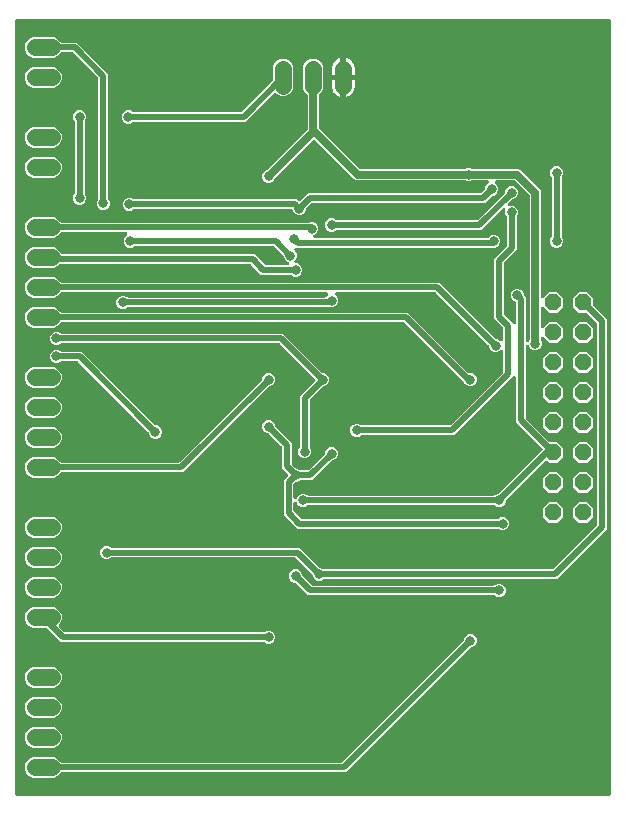
<source format=gbr>
G04 EAGLE Gerber RS-274X export*
G75*
%MOMM*%
%FSLAX34Y34*%
%LPD*%
%INBottom Copper*%
%IPPOS*%
%AMOC8*
5,1,8,0,0,1.08239X$1,22.5*%
G01*
%ADD10C,1.422400*%
%ADD11P,1.539592X8X292.500000*%
%ADD12C,0.806400*%
%ADD13C,0.508000*%
%ADD14C,0.635000*%

G36*
X504978Y1528D02*
X504978Y1528D01*
X505004Y1526D01*
X505151Y1548D01*
X505298Y1565D01*
X505323Y1573D01*
X505349Y1577D01*
X505487Y1632D01*
X505626Y1682D01*
X505648Y1696D01*
X505673Y1706D01*
X505794Y1791D01*
X505919Y1871D01*
X505937Y1890D01*
X505959Y1905D01*
X506058Y2015D01*
X506161Y2122D01*
X506175Y2144D01*
X506192Y2164D01*
X506264Y2294D01*
X506340Y2421D01*
X506348Y2446D01*
X506361Y2469D01*
X506401Y2612D01*
X506446Y2753D01*
X506448Y2779D01*
X506456Y2804D01*
X506475Y3048D01*
X506475Y657352D01*
X506472Y657378D01*
X506474Y657404D01*
X506452Y657551D01*
X506435Y657698D01*
X506427Y657723D01*
X506423Y657749D01*
X506368Y657887D01*
X506318Y658026D01*
X506304Y658048D01*
X506294Y658073D01*
X506209Y658194D01*
X506129Y658319D01*
X506110Y658337D01*
X506095Y658359D01*
X505985Y658458D01*
X505878Y658561D01*
X505856Y658575D01*
X505836Y658592D01*
X505706Y658664D01*
X505579Y658740D01*
X505554Y658748D01*
X505531Y658761D01*
X505388Y658801D01*
X505247Y658846D01*
X505221Y658848D01*
X505196Y658856D01*
X504952Y658875D01*
X3048Y658875D01*
X3022Y658872D01*
X2996Y658874D01*
X2849Y658852D01*
X2702Y658835D01*
X2677Y658827D01*
X2651Y658823D01*
X2513Y658768D01*
X2374Y658718D01*
X2352Y658704D01*
X2327Y658694D01*
X2206Y658609D01*
X2081Y658529D01*
X2063Y658510D01*
X2041Y658495D01*
X1942Y658385D01*
X1839Y658278D01*
X1825Y658256D01*
X1808Y658236D01*
X1736Y658106D01*
X1660Y657979D01*
X1652Y657954D01*
X1639Y657931D01*
X1599Y657788D01*
X1554Y657647D01*
X1552Y657621D01*
X1544Y657596D01*
X1525Y657352D01*
X1525Y3048D01*
X1528Y3022D01*
X1526Y2996D01*
X1548Y2849D01*
X1565Y2702D01*
X1573Y2677D01*
X1577Y2651D01*
X1632Y2513D01*
X1682Y2374D01*
X1696Y2352D01*
X1706Y2327D01*
X1791Y2206D01*
X1871Y2081D01*
X1890Y2063D01*
X1905Y2041D01*
X2015Y1942D01*
X2122Y1839D01*
X2144Y1825D01*
X2164Y1808D01*
X2294Y1736D01*
X2421Y1660D01*
X2446Y1652D01*
X2469Y1639D01*
X2612Y1599D01*
X2753Y1554D01*
X2779Y1552D01*
X2804Y1544D01*
X3048Y1525D01*
X504952Y1525D01*
X504978Y1528D01*
G37*
%LPC*%
G36*
X413423Y226091D02*
X413423Y226091D01*
X411380Y226937D01*
X411180Y227137D01*
X411081Y227216D01*
X410988Y227300D01*
X410945Y227324D01*
X410907Y227354D01*
X410793Y227408D01*
X410683Y227469D01*
X410636Y227482D01*
X410592Y227503D01*
X410469Y227529D01*
X410347Y227564D01*
X410286Y227569D01*
X410252Y227576D01*
X410204Y227575D01*
X410103Y227583D01*
X240632Y227583D01*
X237805Y230410D01*
X231934Y236281D01*
X229107Y239108D01*
X229107Y268384D01*
X232442Y271719D01*
X232459Y271739D01*
X232479Y271756D01*
X232567Y271876D01*
X232659Y271992D01*
X232670Y272016D01*
X232686Y272037D01*
X232745Y272173D01*
X232808Y272307D01*
X232814Y272333D01*
X232824Y272357D01*
X232850Y272503D01*
X232881Y272648D01*
X232881Y272674D01*
X232886Y272700D01*
X232878Y272848D01*
X232875Y272996D01*
X232869Y273022D01*
X232868Y273048D01*
X232827Y273190D01*
X232790Y273334D01*
X232778Y273357D01*
X232771Y273383D01*
X232699Y273512D01*
X232631Y273644D01*
X232614Y273664D01*
X232601Y273687D01*
X232442Y273873D01*
X227583Y278732D01*
X227583Y296389D01*
X227569Y296515D01*
X227562Y296641D01*
X227549Y296688D01*
X227543Y296736D01*
X227501Y296855D01*
X227466Y296976D01*
X227442Y297018D01*
X227426Y297064D01*
X227357Y297170D01*
X227296Y297280D01*
X227256Y297326D01*
X227237Y297356D01*
X227202Y297390D01*
X227137Y297466D01*
X216662Y307941D01*
X216563Y308020D01*
X216470Y308104D01*
X216427Y308128D01*
X216389Y308158D01*
X216275Y308212D01*
X216165Y308273D01*
X216118Y308286D01*
X216074Y308307D01*
X215951Y308333D01*
X215829Y308368D01*
X215768Y308373D01*
X215734Y308380D01*
X215686Y308379D01*
X215585Y308387D01*
X215303Y308387D01*
X213260Y309233D01*
X211697Y310796D01*
X210851Y312839D01*
X210851Y315049D01*
X211697Y317092D01*
X213260Y318655D01*
X215303Y319501D01*
X217513Y319501D01*
X219556Y318655D01*
X221119Y317092D01*
X221965Y315049D01*
X221965Y314767D01*
X221979Y314641D01*
X221986Y314515D01*
X221999Y314468D01*
X222005Y314420D01*
X222047Y314301D01*
X222082Y314180D01*
X222106Y314138D01*
X222122Y314092D01*
X222191Y313986D01*
X222252Y313876D01*
X222292Y313830D01*
X222311Y313800D01*
X222346Y313766D01*
X222411Y313690D01*
X235713Y300388D01*
X235713Y282731D01*
X235727Y282605D01*
X235734Y282479D01*
X235747Y282432D01*
X235753Y282384D01*
X235795Y282265D01*
X235830Y282144D01*
X235854Y282102D01*
X235870Y282056D01*
X235939Y281950D01*
X236000Y281840D01*
X236040Y281794D01*
X236059Y281764D01*
X236094Y281730D01*
X236159Y281654D01*
X239014Y278799D01*
X239113Y278720D01*
X239206Y278636D01*
X239249Y278612D01*
X239287Y278582D01*
X239401Y278528D01*
X239511Y278467D01*
X239558Y278454D01*
X239602Y278433D01*
X239725Y278407D01*
X239847Y278372D01*
X239908Y278367D01*
X239942Y278360D01*
X239990Y278361D01*
X240091Y278353D01*
X240373Y278353D01*
X242416Y277507D01*
X242616Y277307D01*
X242715Y277228D01*
X242808Y277144D01*
X242851Y277120D01*
X242889Y277090D01*
X243003Y277036D01*
X243113Y276975D01*
X243160Y276962D01*
X243204Y276941D01*
X243327Y276915D01*
X243449Y276880D01*
X243510Y276875D01*
X243544Y276868D01*
X243592Y276869D01*
X243693Y276861D01*
X249145Y276861D01*
X249271Y276875D01*
X249397Y276882D01*
X249444Y276895D01*
X249492Y276901D01*
X249611Y276943D01*
X249732Y276978D01*
X249774Y277002D01*
X249820Y277018D01*
X249926Y277087D01*
X250036Y277148D01*
X250082Y277188D01*
X250112Y277207D01*
X250146Y277242D01*
X250222Y277307D01*
X263745Y290830D01*
X263824Y290929D01*
X263908Y291022D01*
X263932Y291065D01*
X263962Y291103D01*
X264016Y291217D01*
X264077Y291327D01*
X264090Y291374D01*
X264111Y291418D01*
X264137Y291541D01*
X264172Y291663D01*
X264177Y291724D01*
X264184Y291758D01*
X264183Y291806D01*
X264191Y291907D01*
X264191Y292189D01*
X265037Y294232D01*
X266600Y295795D01*
X268643Y296641D01*
X270853Y296641D01*
X272896Y295795D01*
X274459Y294232D01*
X275305Y292189D01*
X275305Y289979D01*
X274459Y287936D01*
X272896Y286373D01*
X270853Y285527D01*
X270571Y285527D01*
X270445Y285513D01*
X270319Y285506D01*
X270272Y285493D01*
X270224Y285487D01*
X270105Y285445D01*
X269984Y285410D01*
X269942Y285386D01*
X269896Y285370D01*
X269790Y285301D01*
X269680Y285240D01*
X269634Y285200D01*
X269604Y285181D01*
X269570Y285146D01*
X269494Y285081D01*
X253144Y268731D01*
X243693Y268731D01*
X243567Y268717D01*
X243441Y268710D01*
X243394Y268697D01*
X243346Y268691D01*
X243227Y268649D01*
X243106Y268614D01*
X243064Y268590D01*
X243018Y268574D01*
X242912Y268505D01*
X242802Y268444D01*
X242755Y268404D01*
X242725Y268385D01*
X242692Y268350D01*
X242616Y268285D01*
X242416Y268085D01*
X240373Y267239D01*
X240091Y267239D01*
X239965Y267225D01*
X239839Y267218D01*
X239792Y267205D01*
X239744Y267199D01*
X239625Y267157D01*
X239504Y267122D01*
X239462Y267098D01*
X239416Y267082D01*
X239310Y267013D01*
X239200Y266952D01*
X239153Y266912D01*
X239123Y266893D01*
X239090Y266858D01*
X239013Y266793D01*
X237683Y265462D01*
X237604Y265363D01*
X237520Y265270D01*
X237496Y265227D01*
X237466Y265189D01*
X237412Y265075D01*
X237351Y264965D01*
X237338Y264918D01*
X237317Y264874D01*
X237291Y264751D01*
X237256Y264629D01*
X237251Y264569D01*
X237244Y264534D01*
X237245Y264485D01*
X237237Y264385D01*
X237237Y254017D01*
X237242Y253967D01*
X237240Y253917D01*
X237262Y253795D01*
X237277Y253671D01*
X237294Y253624D01*
X237303Y253574D01*
X237352Y253460D01*
X237394Y253343D01*
X237421Y253301D01*
X237441Y253254D01*
X237516Y253155D01*
X237583Y253050D01*
X237619Y253015D01*
X237649Y252975D01*
X237744Y252894D01*
X237834Y252808D01*
X237877Y252782D01*
X237915Y252750D01*
X238026Y252693D01*
X238133Y252629D01*
X238181Y252614D01*
X238226Y252591D01*
X238346Y252561D01*
X238465Y252523D01*
X238515Y252519D01*
X238564Y252507D01*
X238688Y252505D01*
X238812Y252495D01*
X238862Y252502D01*
X238912Y252502D01*
X239034Y252528D01*
X239157Y252547D01*
X239204Y252565D01*
X239253Y252576D01*
X239365Y252629D01*
X239481Y252675D01*
X239522Y252704D01*
X239568Y252726D01*
X239665Y252803D01*
X239767Y252874D01*
X239801Y252912D01*
X239840Y252943D01*
X239917Y253041D01*
X240000Y253133D01*
X240025Y253177D01*
X240056Y253217D01*
X240167Y253434D01*
X240653Y254608D01*
X242216Y256171D01*
X244259Y257017D01*
X246469Y257017D01*
X248512Y256171D01*
X248712Y255971D01*
X248811Y255892D01*
X248904Y255808D01*
X248947Y255784D01*
X248985Y255754D01*
X249099Y255700D01*
X249209Y255639D01*
X249256Y255626D01*
X249300Y255605D01*
X249423Y255579D01*
X249545Y255544D01*
X249606Y255539D01*
X249640Y255532D01*
X249688Y255533D01*
X249789Y255525D01*
X407055Y255525D01*
X407181Y255539D01*
X407307Y255546D01*
X407354Y255559D01*
X407402Y255565D01*
X407521Y255607D01*
X407642Y255642D01*
X407684Y255666D01*
X407730Y255682D01*
X407836Y255751D01*
X407946Y255812D01*
X407993Y255852D01*
X408023Y255871D01*
X408056Y255906D01*
X408132Y255971D01*
X408332Y256171D01*
X410375Y257017D01*
X410657Y257017D01*
X410783Y257031D01*
X410909Y257038D01*
X410956Y257051D01*
X411004Y257057D01*
X411123Y257099D01*
X411244Y257134D01*
X411286Y257158D01*
X411332Y257174D01*
X411438Y257243D01*
X411548Y257304D01*
X411594Y257344D01*
X411624Y257363D01*
X411658Y257398D01*
X411734Y257463D01*
X447609Y293337D01*
X447834Y293563D01*
X447851Y293583D01*
X447871Y293600D01*
X447959Y293720D01*
X448051Y293836D01*
X448062Y293860D01*
X448078Y293881D01*
X448137Y294017D01*
X448200Y294151D01*
X448206Y294177D01*
X448216Y294201D01*
X448242Y294347D01*
X448273Y294492D01*
X448273Y294518D01*
X448278Y294544D01*
X448270Y294692D01*
X448267Y294840D01*
X448261Y294866D01*
X448260Y294892D01*
X448219Y295034D01*
X448182Y295178D01*
X448170Y295201D01*
X448163Y295227D01*
X448091Y295356D01*
X448023Y295488D01*
X448006Y295508D01*
X447993Y295531D01*
X447834Y295717D01*
X425703Y317848D01*
X425703Y355317D01*
X425692Y355417D01*
X425690Y355518D01*
X425672Y355590D01*
X425663Y355664D01*
X425630Y355758D01*
X425605Y355856D01*
X425571Y355922D01*
X425546Y355992D01*
X425491Y356076D01*
X425445Y356165D01*
X425397Y356222D01*
X425357Y356285D01*
X425285Y356354D01*
X425220Y356431D01*
X425160Y356475D01*
X425106Y356527D01*
X425020Y356578D01*
X424939Y356638D01*
X424871Y356667D01*
X424807Y356706D01*
X424711Y356736D01*
X424619Y356776D01*
X424546Y356789D01*
X424475Y356812D01*
X424375Y356820D01*
X424276Y356838D01*
X424202Y356834D01*
X424128Y356840D01*
X424028Y356825D01*
X423928Y356820D01*
X423857Y356799D01*
X423783Y356788D01*
X423690Y356751D01*
X423593Y356723D01*
X423528Y356687D01*
X423459Y356659D01*
X423377Y356602D01*
X423289Y356553D01*
X423213Y356488D01*
X423173Y356460D01*
X423149Y356434D01*
X423103Y356395D01*
X373540Y306831D01*
X295509Y306831D01*
X295383Y306817D01*
X295257Y306810D01*
X295210Y306797D01*
X295162Y306791D01*
X295043Y306749D01*
X294922Y306714D01*
X294880Y306690D01*
X294834Y306674D01*
X294728Y306605D01*
X294618Y306544D01*
X294571Y306504D01*
X294541Y306485D01*
X294508Y306450D01*
X294432Y306385D01*
X294232Y306185D01*
X292189Y305339D01*
X289979Y305339D01*
X287936Y306185D01*
X286373Y307748D01*
X285527Y309791D01*
X285527Y312001D01*
X286373Y314044D01*
X287936Y315607D01*
X289979Y316453D01*
X292189Y316453D01*
X294232Y315607D01*
X294432Y315407D01*
X294531Y315328D01*
X294624Y315244D01*
X294667Y315220D01*
X294705Y315190D01*
X294819Y315136D01*
X294929Y315075D01*
X294976Y315062D01*
X295020Y315041D01*
X295143Y315015D01*
X295265Y314980D01*
X295326Y314975D01*
X295360Y314968D01*
X295408Y314969D01*
X295509Y314961D01*
X369541Y314961D01*
X369667Y314975D01*
X369793Y314982D01*
X369840Y314995D01*
X369888Y315001D01*
X370007Y315043D01*
X370128Y315078D01*
X370170Y315102D01*
X370216Y315118D01*
X370322Y315187D01*
X370432Y315248D01*
X370478Y315288D01*
X370508Y315307D01*
X370542Y315342D01*
X370618Y315407D01*
X414589Y359378D01*
X414668Y359477D01*
X414752Y359570D01*
X414776Y359613D01*
X414806Y359651D01*
X414860Y359765D01*
X414921Y359875D01*
X414934Y359922D01*
X414955Y359966D01*
X414981Y360089D01*
X415016Y360211D01*
X415021Y360272D01*
X415028Y360306D01*
X415027Y360354D01*
X415035Y360455D01*
X415035Y377591D01*
X415024Y377691D01*
X415022Y377792D01*
X415004Y377864D01*
X414995Y377938D01*
X414961Y378032D01*
X414937Y378130D01*
X414903Y378196D01*
X414878Y378266D01*
X414823Y378350D01*
X414777Y378439D01*
X414729Y378496D01*
X414689Y378559D01*
X414617Y378628D01*
X414552Y378705D01*
X414492Y378749D01*
X414438Y378801D01*
X414352Y378852D01*
X414271Y378912D01*
X414203Y378941D01*
X414139Y378980D01*
X414043Y379010D01*
X413951Y379050D01*
X413878Y379063D01*
X413807Y379086D01*
X413707Y379094D01*
X413608Y379112D01*
X413534Y379108D01*
X413460Y379114D01*
X413360Y379099D01*
X413260Y379094D01*
X413189Y379073D01*
X413115Y379062D01*
X413022Y379025D01*
X412925Y378997D01*
X412860Y378961D01*
X412791Y378933D01*
X412709Y378876D01*
X412621Y378827D01*
X412545Y378762D01*
X412505Y378734D01*
X412481Y378708D01*
X412435Y378669D01*
X411580Y377813D01*
X409537Y376967D01*
X407327Y376967D01*
X405284Y377813D01*
X403721Y379376D01*
X402875Y381419D01*
X402875Y381701D01*
X402861Y381827D01*
X402854Y381953D01*
X402841Y382000D01*
X402835Y382048D01*
X402793Y382167D01*
X402758Y382288D01*
X402734Y382330D01*
X402718Y382376D01*
X402649Y382482D01*
X402588Y382592D01*
X402548Y382639D01*
X402529Y382669D01*
X402494Y382702D01*
X402429Y382778D01*
X357918Y427289D01*
X357819Y427368D01*
X357726Y427452D01*
X357683Y427476D01*
X357645Y427506D01*
X357531Y427560D01*
X357421Y427621D01*
X357374Y427634D01*
X357330Y427655D01*
X357207Y427681D01*
X357085Y427716D01*
X357024Y427721D01*
X356990Y427728D01*
X356942Y427727D01*
X356841Y427735D01*
X274173Y427735D01*
X274073Y427724D01*
X273972Y427722D01*
X273900Y427704D01*
X273826Y427695D01*
X273732Y427662D01*
X273634Y427637D01*
X273568Y427603D01*
X273498Y427578D01*
X273414Y427523D01*
X273325Y427477D01*
X273268Y427429D01*
X273205Y427389D01*
X273136Y427317D01*
X273059Y427252D01*
X273015Y427192D01*
X272963Y427138D01*
X272912Y427052D01*
X272852Y426971D01*
X272823Y426903D01*
X272784Y426839D01*
X272754Y426743D01*
X272714Y426651D01*
X272701Y426578D01*
X272678Y426507D01*
X272670Y426407D01*
X272652Y426308D01*
X272656Y426234D01*
X272650Y426160D01*
X272665Y426060D01*
X272670Y425960D01*
X272691Y425889D01*
X272702Y425815D01*
X272739Y425722D01*
X272767Y425625D01*
X272803Y425560D01*
X272831Y425491D01*
X272888Y425409D01*
X272937Y425321D01*
X273002Y425245D01*
X273030Y425205D01*
X273056Y425181D01*
X273095Y425135D01*
X274459Y423772D01*
X275305Y421729D01*
X275305Y419519D01*
X274459Y417476D01*
X272896Y415913D01*
X270853Y415067D01*
X270571Y415067D01*
X270445Y415053D01*
X270319Y415046D01*
X270281Y415035D01*
X97389Y415035D01*
X97263Y415021D01*
X97137Y415014D01*
X97090Y415001D01*
X97042Y414995D01*
X96923Y414953D01*
X96802Y414918D01*
X96760Y414894D01*
X96714Y414878D01*
X96608Y414809D01*
X96498Y414748D01*
X96451Y414708D01*
X96421Y414689D01*
X96388Y414654D01*
X96312Y414589D01*
X96112Y414389D01*
X94069Y413543D01*
X91859Y413543D01*
X89816Y414389D01*
X88253Y415952D01*
X87407Y417995D01*
X87407Y420205D01*
X88253Y422248D01*
X89816Y423811D01*
X91859Y424657D01*
X94069Y424657D01*
X96112Y423811D01*
X96312Y423611D01*
X96411Y423532D01*
X96504Y423448D01*
X96547Y423424D01*
X96585Y423394D01*
X96699Y423340D01*
X96809Y423279D01*
X96856Y423266D01*
X96900Y423245D01*
X97023Y423219D01*
X97145Y423184D01*
X97206Y423179D01*
X97240Y423172D01*
X97288Y423173D01*
X97389Y423165D01*
X263799Y423165D01*
X263925Y423179D01*
X264051Y423186D01*
X264098Y423199D01*
X264146Y423205D01*
X264265Y423247D01*
X264386Y423282D01*
X264428Y423306D01*
X264474Y423322D01*
X264580Y423391D01*
X264690Y423452D01*
X264737Y423492D01*
X264767Y423511D01*
X264800Y423546D01*
X264876Y423611D01*
X266401Y425135D01*
X266463Y425214D01*
X266533Y425286D01*
X266571Y425350D01*
X266617Y425408D01*
X266660Y425499D01*
X266712Y425585D01*
X266734Y425656D01*
X266766Y425723D01*
X266787Y425821D01*
X266818Y425917D01*
X266824Y425991D01*
X266839Y426064D01*
X266838Y426164D01*
X266846Y426264D01*
X266835Y426338D01*
X266833Y426412D01*
X266809Y426509D01*
X266794Y426609D01*
X266767Y426678D01*
X266748Y426750D01*
X266702Y426839D01*
X266665Y426933D01*
X266623Y426994D01*
X266589Y427060D01*
X266524Y427136D01*
X266466Y427219D01*
X266411Y427269D01*
X266363Y427325D01*
X266282Y427385D01*
X266208Y427452D01*
X266143Y427488D01*
X266083Y427533D01*
X265991Y427572D01*
X265903Y427621D01*
X265831Y427641D01*
X265763Y427671D01*
X265664Y427688D01*
X265567Y427716D01*
X265467Y427724D01*
X265420Y427732D01*
X265384Y427730D01*
X265323Y427735D01*
X41194Y427735D01*
X41119Y427727D01*
X41042Y427728D01*
X40946Y427707D01*
X40848Y427695D01*
X40776Y427670D01*
X40702Y427653D01*
X40613Y427611D01*
X40520Y427578D01*
X40456Y427536D01*
X40387Y427504D01*
X40310Y427442D01*
X40227Y427389D01*
X40174Y427334D01*
X40115Y427286D01*
X40054Y427209D01*
X39985Y427138D01*
X39946Y427073D01*
X39899Y427013D01*
X39856Y426930D01*
X37404Y424478D01*
X34230Y423163D01*
X16570Y423163D01*
X13396Y424478D01*
X10966Y426908D01*
X9651Y430082D01*
X9651Y433518D01*
X10966Y436692D01*
X13396Y439122D01*
X16570Y440437D01*
X34230Y440437D01*
X37404Y439122D01*
X39848Y436678D01*
X39853Y436667D01*
X39909Y436586D01*
X39957Y436500D01*
X40008Y436444D01*
X40051Y436381D01*
X40124Y436315D01*
X40191Y436242D01*
X40254Y436199D01*
X40310Y436148D01*
X40396Y436100D01*
X40477Y436044D01*
X40548Y436016D01*
X40615Y435979D01*
X40710Y435952D01*
X40802Y435916D01*
X40877Y435905D01*
X40951Y435884D01*
X41100Y435872D01*
X41146Y435865D01*
X41165Y435867D01*
X41194Y435865D01*
X360840Y435865D01*
X363667Y433038D01*
X408178Y388527D01*
X408277Y388448D01*
X408370Y388364D01*
X408413Y388340D01*
X408451Y388310D01*
X408565Y388256D01*
X408675Y388195D01*
X408722Y388182D01*
X408766Y388161D01*
X408889Y388135D01*
X409011Y388100D01*
X409072Y388095D01*
X409106Y388088D01*
X409154Y388089D01*
X409255Y388081D01*
X409537Y388081D01*
X411580Y387235D01*
X412435Y386379D01*
X412514Y386317D01*
X412586Y386247D01*
X412650Y386209D01*
X412708Y386163D01*
X412799Y386120D01*
X412885Y386068D01*
X412956Y386046D01*
X413023Y386014D01*
X413121Y385993D01*
X413217Y385962D01*
X413291Y385956D01*
X413364Y385941D01*
X413464Y385942D01*
X413564Y385934D01*
X413638Y385945D01*
X413712Y385947D01*
X413809Y385971D01*
X413909Y385986D01*
X413978Y386013D01*
X414050Y386032D01*
X414139Y386078D01*
X414233Y386115D01*
X414294Y386157D01*
X414360Y386191D01*
X414436Y386256D01*
X414519Y386314D01*
X414569Y386369D01*
X414625Y386417D01*
X414685Y386498D01*
X414752Y386572D01*
X414788Y386637D01*
X414833Y386697D01*
X414872Y386789D01*
X414921Y386877D01*
X414941Y386949D01*
X414971Y387017D01*
X414988Y387116D01*
X415016Y387213D01*
X415024Y387313D01*
X415032Y387360D01*
X415030Y387396D01*
X415035Y387457D01*
X415035Y396973D01*
X415021Y397099D01*
X415014Y397225D01*
X415001Y397272D01*
X414995Y397320D01*
X414953Y397439D01*
X414918Y397560D01*
X414894Y397602D01*
X414878Y397648D01*
X414809Y397754D01*
X414748Y397864D01*
X414708Y397910D01*
X414689Y397940D01*
X414654Y397974D01*
X414589Y398050D01*
X407415Y405224D01*
X407415Y455836D01*
X417637Y466058D01*
X417716Y466157D01*
X417800Y466250D01*
X417824Y466293D01*
X417854Y466331D01*
X417908Y466445D01*
X417969Y466555D01*
X417982Y466602D01*
X418003Y466646D01*
X418029Y466769D01*
X418064Y466891D01*
X418069Y466952D01*
X418076Y466986D01*
X418075Y467034D01*
X418083Y467135D01*
X418083Y490875D01*
X418069Y491001D01*
X418062Y491127D01*
X418049Y491174D01*
X418043Y491222D01*
X418001Y491341D01*
X417966Y491462D01*
X417942Y491504D01*
X417926Y491550D01*
X417857Y491656D01*
X417796Y491766D01*
X417756Y491813D01*
X417737Y491843D01*
X417702Y491876D01*
X417637Y491952D01*
X417437Y492152D01*
X416591Y494195D01*
X416591Y496405D01*
X416739Y496762D01*
X416753Y496811D01*
X416775Y496856D01*
X416801Y496978D01*
X416835Y497097D01*
X416837Y497148D01*
X416848Y497197D01*
X416846Y497321D01*
X416852Y497445D01*
X416843Y497495D01*
X416842Y497545D01*
X416812Y497666D01*
X416789Y497788D01*
X416769Y497834D01*
X416757Y497883D01*
X416700Y497994D01*
X416650Y498108D01*
X416620Y498148D01*
X416597Y498193D01*
X416517Y498288D01*
X416443Y498388D01*
X416404Y498420D01*
X416371Y498459D01*
X416272Y498533D01*
X416177Y498613D01*
X416132Y498636D01*
X416091Y498666D01*
X415977Y498715D01*
X415866Y498772D01*
X415817Y498784D01*
X415771Y498804D01*
X415649Y498826D01*
X415528Y498856D01*
X415478Y498857D01*
X415428Y498865D01*
X415304Y498859D01*
X415180Y498861D01*
X415130Y498850D01*
X415080Y498848D01*
X414961Y498813D01*
X414839Y498787D01*
X414794Y498765D01*
X414745Y498751D01*
X414637Y498690D01*
X414524Y498637D01*
X414485Y498605D01*
X414441Y498581D01*
X414255Y498422D01*
X396400Y480567D01*
X274173Y480567D01*
X274047Y480553D01*
X273921Y480546D01*
X273874Y480533D01*
X273826Y480527D01*
X273707Y480485D01*
X273586Y480450D01*
X273544Y480426D01*
X273498Y480410D01*
X273392Y480341D01*
X273282Y480280D01*
X273235Y480240D01*
X273205Y480221D01*
X273172Y480186D01*
X273096Y480121D01*
X272896Y479921D01*
X270853Y479075D01*
X268643Y479075D01*
X266600Y479921D01*
X265037Y481484D01*
X264191Y483527D01*
X264191Y485737D01*
X265037Y487780D01*
X266600Y489343D01*
X268643Y490189D01*
X270853Y490189D01*
X272896Y489343D01*
X273096Y489143D01*
X273195Y489064D01*
X273288Y488980D01*
X273331Y488956D01*
X273369Y488926D01*
X273483Y488872D01*
X273593Y488811D01*
X273640Y488798D01*
X273684Y488777D01*
X273807Y488751D01*
X273929Y488716D01*
X273990Y488711D01*
X274024Y488704D01*
X274072Y488705D01*
X274173Y488697D01*
X392401Y488697D01*
X392527Y488711D01*
X392653Y488718D01*
X392700Y488731D01*
X392748Y488737D01*
X392867Y488779D01*
X392988Y488814D01*
X393030Y488838D01*
X393076Y488854D01*
X393182Y488923D01*
X393292Y488984D01*
X393338Y489024D01*
X393368Y489043D01*
X393402Y489078D01*
X393478Y489143D01*
X416145Y511810D01*
X416224Y511909D01*
X416308Y512002D01*
X416332Y512045D01*
X416362Y512083D01*
X416416Y512197D01*
X416477Y512307D01*
X416490Y512354D01*
X416511Y512398D01*
X416537Y512521D01*
X416572Y512643D01*
X416577Y512704D01*
X416584Y512738D01*
X416583Y512786D01*
X416591Y512887D01*
X416591Y513169D01*
X417437Y515212D01*
X419000Y516775D01*
X421043Y517621D01*
X423253Y517621D01*
X425296Y516775D01*
X426859Y515212D01*
X427705Y513169D01*
X427705Y510959D01*
X426859Y508916D01*
X425296Y507353D01*
X423253Y506507D01*
X422971Y506507D01*
X422845Y506493D01*
X422719Y506486D01*
X422672Y506473D01*
X422624Y506467D01*
X422505Y506425D01*
X422384Y506390D01*
X422342Y506366D01*
X422296Y506350D01*
X422190Y506281D01*
X422080Y506220D01*
X422034Y506180D01*
X422004Y506161D01*
X421970Y506126D01*
X421894Y506061D01*
X419026Y503193D01*
X418994Y503154D01*
X418957Y503120D01*
X418886Y503018D01*
X418809Y502920D01*
X418788Y502875D01*
X418759Y502833D01*
X418713Y502717D01*
X418660Y502605D01*
X418650Y502556D01*
X418631Y502509D01*
X418613Y502386D01*
X418587Y502264D01*
X418588Y502214D01*
X418580Y502164D01*
X418591Y502040D01*
X418593Y501916D01*
X418605Y501867D01*
X418609Y501817D01*
X418647Y501699D01*
X418678Y501578D01*
X418701Y501533D01*
X418716Y501485D01*
X418780Y501379D01*
X418837Y501268D01*
X418870Y501230D01*
X418896Y501187D01*
X418983Y501097D01*
X419063Y501003D01*
X419104Y500973D01*
X419139Y500937D01*
X419244Y500869D01*
X419343Y500796D01*
X419390Y500776D01*
X419432Y500748D01*
X419549Y500707D01*
X419663Y500658D01*
X419713Y500649D01*
X419761Y500632D01*
X419884Y500618D01*
X420006Y500596D01*
X420057Y500598D01*
X420107Y500593D01*
X420230Y500607D01*
X420355Y500614D01*
X420403Y500628D01*
X420453Y500634D01*
X420686Y500709D01*
X421043Y500857D01*
X423253Y500857D01*
X425296Y500011D01*
X426859Y498448D01*
X427705Y496405D01*
X427705Y494195D01*
X426859Y492152D01*
X426659Y491952D01*
X426580Y491853D01*
X426496Y491760D01*
X426472Y491717D01*
X426442Y491679D01*
X426388Y491565D01*
X426327Y491455D01*
X426314Y491408D01*
X426293Y491364D01*
X426267Y491241D01*
X426232Y491119D01*
X426227Y491058D01*
X426220Y491024D01*
X426221Y490976D01*
X426213Y490875D01*
X426213Y463136D01*
X415991Y452914D01*
X415912Y452815D01*
X415828Y452722D01*
X415804Y452679D01*
X415774Y452641D01*
X415720Y452527D01*
X415659Y452417D01*
X415646Y452370D01*
X415625Y452326D01*
X415599Y452203D01*
X415564Y452081D01*
X415559Y452020D01*
X415552Y451986D01*
X415553Y451938D01*
X415545Y451837D01*
X415545Y409223D01*
X415559Y409097D01*
X415566Y408971D01*
X415579Y408924D01*
X415585Y408876D01*
X415627Y408757D01*
X415662Y408636D01*
X415686Y408594D01*
X415702Y408548D01*
X415771Y408442D01*
X415832Y408332D01*
X415872Y408286D01*
X415891Y408256D01*
X415926Y408222D01*
X415991Y408146D01*
X420338Y403799D01*
X423103Y401033D01*
X423181Y400971D01*
X423254Y400901D01*
X423318Y400863D01*
X423376Y400817D01*
X423467Y400774D01*
X423553Y400722D01*
X423624Y400700D01*
X423691Y400668D01*
X423789Y400647D01*
X423885Y400616D01*
X423959Y400610D01*
X424032Y400595D01*
X424132Y400596D01*
X424232Y400588D01*
X424306Y400599D01*
X424380Y400601D01*
X424477Y400625D01*
X424577Y400640D01*
X424646Y400667D01*
X424718Y400686D01*
X424807Y400732D01*
X424901Y400769D01*
X424962Y400811D01*
X425028Y400845D01*
X425104Y400910D01*
X425187Y400968D01*
X425237Y401023D01*
X425293Y401071D01*
X425353Y401152D01*
X425420Y401226D01*
X425456Y401291D01*
X425501Y401351D01*
X425540Y401444D01*
X425589Y401531D01*
X425609Y401603D01*
X425639Y401671D01*
X425656Y401770D01*
X425684Y401867D01*
X425692Y401967D01*
X425700Y402014D01*
X425698Y402050D01*
X425703Y402111D01*
X425703Y418585D01*
X425695Y418661D01*
X425696Y418737D01*
X425675Y418833D01*
X425663Y418931D01*
X425638Y419003D01*
X425621Y419078D01*
X425579Y419166D01*
X425546Y419259D01*
X425504Y419323D01*
X425472Y419392D01*
X425410Y419469D01*
X425357Y419552D01*
X425302Y419605D01*
X425254Y419665D01*
X425177Y419726D01*
X425106Y419794D01*
X425041Y419833D01*
X424981Y419881D01*
X424848Y419949D01*
X424807Y419973D01*
X424789Y419979D01*
X424763Y419992D01*
X423572Y420485D01*
X422009Y422048D01*
X421163Y424091D01*
X421163Y426301D01*
X422009Y428344D01*
X423572Y429907D01*
X425615Y430753D01*
X427825Y430753D01*
X429868Y429907D01*
X431431Y428344D01*
X432277Y426301D01*
X432277Y426019D01*
X432291Y425893D01*
X432298Y425767D01*
X432311Y425720D01*
X432317Y425672D01*
X432359Y425553D01*
X432394Y425432D01*
X432418Y425390D01*
X432434Y425344D01*
X432503Y425238D01*
X432564Y425128D01*
X432604Y425082D01*
X432623Y425052D01*
X432658Y425018D01*
X432723Y424942D01*
X433833Y423832D01*
X433833Y386605D01*
X433838Y386555D01*
X433836Y386505D01*
X433858Y386383D01*
X433873Y386259D01*
X433890Y386212D01*
X433899Y386162D01*
X433948Y386048D01*
X433990Y385931D01*
X434017Y385889D01*
X434037Y385843D01*
X434112Y385743D01*
X434179Y385638D01*
X434215Y385603D01*
X434245Y385563D01*
X434340Y385483D01*
X434430Y385396D01*
X434473Y385370D01*
X434511Y385338D01*
X434622Y385281D01*
X434729Y385217D01*
X434777Y385202D01*
X434822Y385179D01*
X434942Y385149D01*
X435061Y385111D01*
X435111Y385107D01*
X435160Y385095D01*
X435284Y385093D01*
X435408Y385083D01*
X435458Y385090D01*
X435508Y385090D01*
X435630Y385116D01*
X435753Y385135D01*
X435800Y385153D01*
X435849Y385164D01*
X435961Y385217D01*
X436077Y385263D01*
X436118Y385292D01*
X436164Y385314D01*
X436261Y385391D01*
X436363Y385462D01*
X436397Y385500D01*
X436436Y385531D01*
X436513Y385629D01*
X436596Y385721D01*
X436621Y385765D01*
X436652Y385805D01*
X436763Y386022D01*
X437144Y386942D01*
X437145Y386944D01*
X437146Y386946D01*
X437192Y387111D01*
X437240Y387277D01*
X437240Y387279D01*
X437241Y387281D01*
X437260Y387525D01*
X437260Y509486D01*
X437246Y509612D01*
X437239Y509738D01*
X437226Y509785D01*
X437220Y509833D01*
X437178Y509952D01*
X437143Y510073D01*
X437119Y510115D01*
X437103Y510161D01*
X437034Y510267D01*
X436973Y510377D01*
X436933Y510423D01*
X436914Y510453D01*
X436879Y510487D01*
X436814Y510563D01*
X425219Y522158D01*
X425120Y522237D01*
X425027Y522321D01*
X424984Y522345D01*
X424946Y522375D01*
X424832Y522429D01*
X424722Y522490D01*
X424675Y522503D01*
X424631Y522524D01*
X424508Y522550D01*
X424386Y522585D01*
X424325Y522590D01*
X424291Y522597D01*
X424243Y522596D01*
X424142Y522604D01*
X409428Y522604D01*
X409328Y522593D01*
X409227Y522591D01*
X409155Y522573D01*
X409081Y522564D01*
X408987Y522531D01*
X408889Y522506D01*
X408823Y522472D01*
X408753Y522447D01*
X408669Y522392D01*
X408580Y522346D01*
X408523Y522298D01*
X408460Y522258D01*
X408391Y522186D01*
X408314Y522121D01*
X408270Y522061D01*
X408218Y522007D01*
X408167Y521921D01*
X408107Y521840D01*
X408078Y521772D01*
X408039Y521708D01*
X408009Y521612D01*
X407969Y521520D01*
X407956Y521447D01*
X407933Y521376D01*
X407925Y521276D01*
X407907Y521177D01*
X407911Y521103D01*
X407905Y521029D01*
X407920Y520929D01*
X407925Y520829D01*
X407946Y520758D01*
X407957Y520684D01*
X407994Y520591D01*
X408022Y520494D01*
X408058Y520429D01*
X408086Y520360D01*
X408143Y520278D01*
X408192Y520190D01*
X408257Y520114D01*
X408285Y520074D01*
X408311Y520050D01*
X408350Y520004D01*
X410095Y518260D01*
X410941Y516217D01*
X410941Y514007D01*
X410095Y511964D01*
X408532Y510401D01*
X406489Y509555D01*
X406207Y509555D01*
X406081Y509541D01*
X405955Y509534D01*
X405908Y509521D01*
X405860Y509515D01*
X405741Y509473D01*
X405620Y509438D01*
X405578Y509414D01*
X405532Y509398D01*
X405426Y509329D01*
X405316Y509268D01*
X405270Y509228D01*
X405240Y509209D01*
X405206Y509174D01*
X405130Y509109D01*
X399448Y503427D01*
X253775Y503427D01*
X253649Y503413D01*
X253523Y503406D01*
X253476Y503393D01*
X253428Y503387D01*
X253309Y503345D01*
X253188Y503310D01*
X253146Y503286D01*
X253100Y503270D01*
X252994Y503201D01*
X252884Y503140D01*
X252838Y503100D01*
X252808Y503081D01*
X252774Y503046D01*
X252698Y502981D01*
X248319Y498602D01*
X248240Y498503D01*
X248156Y498410D01*
X248132Y498367D01*
X248102Y498329D01*
X248048Y498215D01*
X247987Y498105D01*
X247974Y498058D01*
X247953Y498014D01*
X247927Y497891D01*
X247892Y497769D01*
X247887Y497708D01*
X247880Y497674D01*
X247881Y497626D01*
X247873Y497525D01*
X247873Y497243D01*
X247027Y495200D01*
X245464Y493637D01*
X243421Y492791D01*
X241211Y492791D01*
X239168Y493637D01*
X237605Y495200D01*
X236796Y497153D01*
X236759Y497220D01*
X236731Y497291D01*
X236675Y497372D01*
X236627Y497458D01*
X236576Y497514D01*
X236532Y497577D01*
X236459Y497643D01*
X236393Y497716D01*
X236330Y497759D01*
X236273Y497810D01*
X236187Y497858D01*
X236106Y497914D01*
X236035Y497942D01*
X235968Y497979D01*
X235874Y498006D01*
X235782Y498042D01*
X235707Y498053D01*
X235633Y498074D01*
X235484Y498086D01*
X235437Y498093D01*
X235418Y498091D01*
X235389Y498093D01*
X102723Y498093D01*
X102597Y498079D01*
X102471Y498072D01*
X102424Y498059D01*
X102376Y498053D01*
X102257Y498011D01*
X102136Y497976D01*
X102094Y497952D01*
X102048Y497936D01*
X101942Y497867D01*
X101832Y497806D01*
X101785Y497766D01*
X101755Y497747D01*
X101722Y497712D01*
X101646Y497647D01*
X101446Y497447D01*
X99403Y496601D01*
X97193Y496601D01*
X95150Y497447D01*
X93587Y499010D01*
X92741Y501053D01*
X92741Y503263D01*
X93587Y505306D01*
X95150Y506869D01*
X97193Y507715D01*
X99403Y507715D01*
X101446Y506869D01*
X101646Y506669D01*
X101745Y506590D01*
X101838Y506506D01*
X101881Y506482D01*
X101919Y506452D01*
X102033Y506398D01*
X102143Y506337D01*
X102190Y506324D01*
X102234Y506303D01*
X102357Y506277D01*
X102479Y506242D01*
X102540Y506237D01*
X102574Y506230D01*
X102622Y506231D01*
X102723Y506223D01*
X240190Y506223D01*
X241239Y505174D01*
X241259Y505157D01*
X241276Y505137D01*
X241396Y505049D01*
X241512Y504957D01*
X241536Y504946D01*
X241557Y504930D01*
X241693Y504871D01*
X241827Y504808D01*
X241853Y504802D01*
X241877Y504792D01*
X242023Y504766D01*
X242168Y504735D01*
X242194Y504735D01*
X242220Y504730D01*
X242368Y504738D01*
X242516Y504741D01*
X242542Y504747D01*
X242568Y504748D01*
X242710Y504789D01*
X242854Y504826D01*
X242877Y504838D01*
X242903Y504845D01*
X243032Y504917D01*
X243164Y504985D01*
X243184Y505002D01*
X243207Y505015D01*
X243393Y505174D01*
X249776Y511557D01*
X395449Y511557D01*
X395575Y511571D01*
X395701Y511578D01*
X395748Y511591D01*
X395796Y511597D01*
X395915Y511639D01*
X396036Y511674D01*
X396078Y511698D01*
X396124Y511714D01*
X396230Y511783D01*
X396340Y511844D01*
X396386Y511884D01*
X396416Y511903D01*
X396450Y511938D01*
X396526Y512003D01*
X399381Y514858D01*
X399460Y514957D01*
X399544Y515050D01*
X399568Y515093D01*
X399598Y515131D01*
X399652Y515245D01*
X399713Y515355D01*
X399726Y515402D01*
X399747Y515446D01*
X399773Y515569D01*
X399808Y515691D01*
X399813Y515752D01*
X399820Y515786D01*
X399819Y515834D01*
X399827Y515935D01*
X399827Y516217D01*
X400673Y518260D01*
X402418Y520004D01*
X402480Y520082D01*
X402550Y520155D01*
X402588Y520219D01*
X402634Y520277D01*
X402677Y520368D01*
X402729Y520454D01*
X402751Y520525D01*
X402783Y520592D01*
X402804Y520690D01*
X402835Y520786D01*
X402841Y520860D01*
X402856Y520933D01*
X402855Y521033D01*
X402863Y521133D01*
X402852Y521207D01*
X402850Y521281D01*
X402826Y521378D01*
X402811Y521478D01*
X402784Y521547D01*
X402765Y521619D01*
X402719Y521708D01*
X402682Y521802D01*
X402640Y521863D01*
X402606Y521929D01*
X402541Y522005D01*
X402483Y522088D01*
X402428Y522138D01*
X402380Y522194D01*
X402299Y522254D01*
X402225Y522321D01*
X402160Y522357D01*
X402100Y522402D01*
X402008Y522441D01*
X401920Y522490D01*
X401848Y522510D01*
X401780Y522540D01*
X401681Y522557D01*
X401584Y522585D01*
X401484Y522593D01*
X401437Y522601D01*
X401401Y522599D01*
X401340Y522604D01*
X389049Y522604D01*
X389047Y522604D01*
X389045Y522604D01*
X388874Y522584D01*
X388703Y522564D01*
X388701Y522564D01*
X388699Y522563D01*
X388466Y522488D01*
X386677Y521747D01*
X384467Y521747D01*
X382678Y522488D01*
X382676Y522489D01*
X382674Y522490D01*
X382507Y522537D01*
X382343Y522584D01*
X382341Y522584D01*
X382339Y522585D01*
X382095Y522604D01*
X290657Y522604D01*
X288930Y523320D01*
X255839Y556410D01*
X255819Y556427D01*
X255802Y556447D01*
X255682Y556535D01*
X255566Y556627D01*
X255542Y556638D01*
X255521Y556654D01*
X255385Y556713D01*
X255251Y556776D01*
X255225Y556782D01*
X255201Y556792D01*
X255055Y556818D01*
X254910Y556849D01*
X254884Y556849D01*
X254858Y556854D01*
X254710Y556846D01*
X254562Y556843D01*
X254536Y556837D01*
X254510Y556836D01*
X254368Y556795D01*
X254224Y556758D01*
X254200Y556746D01*
X254175Y556739D01*
X254046Y556667D01*
X253914Y556599D01*
X253894Y556582D01*
X253871Y556569D01*
X253685Y556410D01*
X222190Y524916D01*
X222189Y524914D01*
X222187Y524913D01*
X222079Y524776D01*
X221973Y524643D01*
X221972Y524641D01*
X221971Y524639D01*
X221860Y524421D01*
X221119Y522632D01*
X219556Y521069D01*
X217513Y520223D01*
X215303Y520223D01*
X213260Y521069D01*
X211697Y522632D01*
X210851Y524675D01*
X210851Y526885D01*
X211697Y528928D01*
X213260Y530491D01*
X215049Y531232D01*
X215051Y531233D01*
X215053Y531233D01*
X215204Y531317D01*
X215354Y531401D01*
X215355Y531402D01*
X215357Y531403D01*
X215544Y531562D01*
X248854Y564873D01*
X248933Y564972D01*
X249017Y565065D01*
X249041Y565108D01*
X249071Y565146D01*
X249125Y565260D01*
X249186Y565370D01*
X249199Y565417D01*
X249220Y565461D01*
X249246Y565584D01*
X249281Y565706D01*
X249286Y565767D01*
X249293Y565801D01*
X249292Y565849D01*
X249300Y565950D01*
X249300Y594343D01*
X249286Y594468D01*
X249279Y594594D01*
X249266Y594641D01*
X249260Y594689D01*
X249218Y594808D01*
X249183Y594929D01*
X249159Y594971D01*
X249143Y595017D01*
X249074Y595123D01*
X249013Y595233D01*
X248973Y595280D01*
X248954Y595310D01*
X248919Y595343D01*
X248854Y595420D01*
X246678Y597596D01*
X245363Y600770D01*
X245363Y618430D01*
X246678Y621604D01*
X249108Y624034D01*
X252282Y625349D01*
X255718Y625349D01*
X258892Y624034D01*
X261322Y621604D01*
X262637Y618430D01*
X262637Y600770D01*
X261322Y597596D01*
X259146Y595420D01*
X259067Y595321D01*
X258983Y595227D01*
X258959Y595185D01*
X258929Y595147D01*
X258875Y595033D01*
X258814Y594922D01*
X258801Y594875D01*
X258780Y594832D01*
X258754Y594708D01*
X258719Y594586D01*
X258714Y594526D01*
X258707Y594491D01*
X258708Y594443D01*
X258700Y594343D01*
X258700Y567474D01*
X258714Y567348D01*
X258721Y567222D01*
X258734Y567175D01*
X258740Y567127D01*
X258782Y567008D01*
X258817Y566887D01*
X258841Y566845D01*
X258857Y566799D01*
X258926Y566693D01*
X258987Y566583D01*
X259027Y566537D01*
X259046Y566507D01*
X259081Y566473D01*
X259146Y566397D01*
X293093Y532450D01*
X293192Y532371D01*
X293285Y532287D01*
X293328Y532263D01*
X293366Y532233D01*
X293480Y532179D01*
X293590Y532118D01*
X293637Y532105D01*
X293681Y532084D01*
X293804Y532058D01*
X293926Y532023D01*
X293987Y532018D01*
X294021Y532011D01*
X294069Y532012D01*
X294170Y532004D01*
X382095Y532004D01*
X382097Y532004D01*
X382099Y532004D01*
X382270Y532024D01*
X382441Y532044D01*
X382443Y532044D01*
X382445Y532045D01*
X382678Y532120D01*
X384467Y532861D01*
X386677Y532861D01*
X388466Y532120D01*
X388468Y532119D01*
X388470Y532118D01*
X388637Y532071D01*
X388801Y532024D01*
X388803Y532024D01*
X388805Y532023D01*
X389049Y532004D01*
X427655Y532004D01*
X429382Y531288D01*
X445944Y514726D01*
X446660Y512999D01*
X446660Y424451D01*
X446671Y424351D01*
X446673Y424251D01*
X446691Y424179D01*
X446700Y424105D01*
X446733Y424011D01*
X446758Y423913D01*
X446792Y423847D01*
X446817Y423777D01*
X446872Y423693D01*
X446918Y423603D01*
X446966Y423547D01*
X447006Y423484D01*
X447078Y423414D01*
X447143Y423338D01*
X447203Y423294D01*
X447257Y423242D01*
X447343Y423190D01*
X447424Y423131D01*
X447492Y423101D01*
X447556Y423063D01*
X447652Y423033D01*
X447744Y422993D01*
X447817Y422980D01*
X447888Y422957D01*
X447988Y422949D01*
X448087Y422931D01*
X448161Y422935D01*
X448235Y422929D01*
X448335Y422944D01*
X448435Y422949D01*
X448506Y422970D01*
X448580Y422981D01*
X448673Y423018D01*
X448770Y423046D01*
X448835Y423082D01*
X448904Y423109D01*
X448986Y423167D01*
X449074Y423216D01*
X449150Y423281D01*
X449190Y423308D01*
X449214Y423335D01*
X449260Y423374D01*
X453623Y427737D01*
X460777Y427737D01*
X465837Y422677D01*
X465837Y415523D01*
X460777Y410463D01*
X453623Y410463D01*
X449260Y414826D01*
X449182Y414888D01*
X449109Y414958D01*
X449045Y414996D01*
X448987Y415042D01*
X448896Y415085D01*
X448810Y415137D01*
X448739Y415159D01*
X448672Y415191D01*
X448574Y415212D01*
X448478Y415243D01*
X448404Y415249D01*
X448331Y415265D01*
X448231Y415263D01*
X448131Y415271D01*
X448057Y415260D01*
X447983Y415259D01*
X447886Y415234D01*
X447786Y415219D01*
X447717Y415192D01*
X447645Y415174D01*
X447555Y415128D01*
X447462Y415091D01*
X447401Y415048D01*
X447335Y415014D01*
X447258Y414949D01*
X447176Y414892D01*
X447126Y414837D01*
X447070Y414788D01*
X447010Y414707D01*
X446943Y414633D01*
X446907Y414568D01*
X446862Y414508D01*
X446823Y414416D01*
X446774Y414328D01*
X446754Y414256D01*
X446724Y414188D01*
X446707Y414089D01*
X446679Y413992D01*
X446671Y413892D01*
X446663Y413845D01*
X446665Y413809D01*
X446660Y413749D01*
X446660Y399051D01*
X446661Y399042D01*
X446661Y399041D01*
X446662Y399032D01*
X446671Y398951D01*
X446673Y398851D01*
X446691Y398779D01*
X446700Y398705D01*
X446733Y398611D01*
X446758Y398513D01*
X446792Y398447D01*
X446817Y398377D01*
X446872Y398293D01*
X446918Y398203D01*
X446966Y398147D01*
X447006Y398084D01*
X447078Y398014D01*
X447143Y397938D01*
X447203Y397894D01*
X447257Y397842D01*
X447343Y397790D01*
X447424Y397731D01*
X447492Y397701D01*
X447556Y397663D01*
X447652Y397633D01*
X447744Y397593D01*
X447817Y397580D01*
X447888Y397557D01*
X447988Y397549D01*
X448087Y397531D01*
X448161Y397535D01*
X448235Y397529D01*
X448335Y397544D01*
X448435Y397549D01*
X448506Y397570D01*
X448580Y397581D01*
X448673Y397618D01*
X448770Y397646D01*
X448835Y397682D01*
X448904Y397709D01*
X448986Y397767D01*
X449074Y397816D01*
X449150Y397881D01*
X449190Y397908D01*
X449214Y397935D01*
X449260Y397974D01*
X453623Y402337D01*
X460777Y402337D01*
X465837Y397277D01*
X465837Y390123D01*
X460777Y385063D01*
X453623Y385063D01*
X449260Y389426D01*
X449182Y389488D01*
X449109Y389558D01*
X449045Y389596D01*
X448987Y389642D01*
X448896Y389685D01*
X448810Y389737D01*
X448739Y389759D01*
X448672Y389791D01*
X448574Y389812D01*
X448478Y389843D01*
X448404Y389849D01*
X448331Y389865D01*
X448231Y389863D01*
X448131Y389871D01*
X448057Y389860D01*
X447983Y389859D01*
X447886Y389834D01*
X447786Y389819D01*
X447717Y389792D01*
X447645Y389774D01*
X447555Y389728D01*
X447462Y389691D01*
X447401Y389648D01*
X447335Y389614D01*
X447258Y389549D01*
X447176Y389492D01*
X447126Y389437D01*
X447070Y389388D01*
X447010Y389307D01*
X446943Y389233D01*
X446907Y389168D01*
X446862Y389108D01*
X446823Y389016D01*
X446774Y388928D01*
X446754Y388856D01*
X446724Y388788D01*
X446707Y388689D01*
X446679Y388592D01*
X446671Y388492D01*
X446663Y388445D01*
X446665Y388409D01*
X446660Y388349D01*
X446660Y387525D01*
X446660Y387523D01*
X446660Y387521D01*
X446680Y387350D01*
X446700Y387179D01*
X446700Y387177D01*
X446701Y387175D01*
X446776Y386942D01*
X447517Y385153D01*
X447517Y382943D01*
X446671Y380900D01*
X445108Y379337D01*
X443065Y378491D01*
X440855Y378491D01*
X438812Y379337D01*
X437249Y380900D01*
X436763Y382074D01*
X436739Y382118D01*
X436722Y382165D01*
X436654Y382270D01*
X436594Y382378D01*
X436560Y382415D01*
X436533Y382458D01*
X436443Y382544D01*
X436360Y382636D01*
X436318Y382665D01*
X436282Y382700D01*
X436175Y382764D01*
X436073Y382835D01*
X436026Y382853D01*
X435983Y382879D01*
X435865Y382917D01*
X435749Y382962D01*
X435699Y382970D01*
X435651Y382985D01*
X435527Y382995D01*
X435404Y383013D01*
X435354Y383009D01*
X435304Y383013D01*
X435181Y382995D01*
X435057Y382984D01*
X435009Y382969D01*
X434959Y382961D01*
X434844Y382915D01*
X434725Y382877D01*
X434682Y382851D01*
X434635Y382833D01*
X434533Y382762D01*
X434427Y382698D01*
X434390Y382662D01*
X434349Y382634D01*
X434266Y382541D01*
X434177Y382455D01*
X434149Y382412D01*
X434116Y382375D01*
X434056Y382266D01*
X433988Y382161D01*
X433971Y382114D01*
X433947Y382070D01*
X433913Y381950D01*
X433872Y381833D01*
X433866Y381783D01*
X433852Y381734D01*
X433833Y381491D01*
X433833Y321847D01*
X433847Y321721D01*
X433854Y321595D01*
X433867Y321548D01*
X433873Y321500D01*
X433915Y321381D01*
X433950Y321260D01*
X433974Y321218D01*
X433990Y321172D01*
X434059Y321066D01*
X434120Y320956D01*
X434160Y320910D01*
X434179Y320880D01*
X434214Y320846D01*
X434279Y320770D01*
X453866Y301183D01*
X453965Y301104D01*
X454058Y301020D01*
X454101Y300996D01*
X454139Y300966D01*
X454253Y300912D01*
X454363Y300851D01*
X454410Y300838D01*
X454454Y300817D01*
X454577Y300791D01*
X454699Y300756D01*
X454760Y300751D01*
X454794Y300744D01*
X454842Y300745D01*
X454943Y300737D01*
X460777Y300737D01*
X465837Y295677D01*
X465837Y288523D01*
X460777Y283463D01*
X453623Y283463D01*
X452504Y284582D01*
X452484Y284598D01*
X452467Y284618D01*
X452347Y284706D01*
X452231Y284798D01*
X452208Y284809D01*
X452186Y284825D01*
X452050Y284884D01*
X451916Y284947D01*
X451890Y284953D01*
X451866Y284963D01*
X451720Y284989D01*
X451575Y285021D01*
X451549Y285020D01*
X451523Y285025D01*
X451375Y285017D01*
X451227Y285015D01*
X451202Y285008D01*
X451175Y285007D01*
X451033Y284966D01*
X450889Y284930D01*
X450866Y284918D01*
X450840Y284910D01*
X450711Y284838D01*
X450579Y284770D01*
X450559Y284753D01*
X450536Y284740D01*
X450350Y284582D01*
X417483Y251714D01*
X417404Y251615D01*
X417320Y251522D01*
X417296Y251479D01*
X417266Y251441D01*
X417212Y251327D01*
X417151Y251217D01*
X417138Y251170D01*
X417117Y251126D01*
X417091Y251003D01*
X417056Y250881D01*
X417051Y250820D01*
X417044Y250786D01*
X417045Y250738D01*
X417037Y250637D01*
X417037Y250355D01*
X416191Y248312D01*
X414628Y246749D01*
X412585Y245903D01*
X410375Y245903D01*
X408332Y246749D01*
X408132Y246949D01*
X408033Y247028D01*
X407940Y247112D01*
X407897Y247136D01*
X407859Y247166D01*
X407745Y247220D01*
X407635Y247281D01*
X407588Y247294D01*
X407544Y247315D01*
X407421Y247341D01*
X407299Y247376D01*
X407238Y247381D01*
X407204Y247388D01*
X407156Y247387D01*
X407055Y247395D01*
X249789Y247395D01*
X249663Y247381D01*
X249537Y247374D01*
X249490Y247361D01*
X249442Y247355D01*
X249323Y247313D01*
X249202Y247278D01*
X249160Y247254D01*
X249114Y247238D01*
X249008Y247169D01*
X248898Y247108D01*
X248851Y247068D01*
X248821Y247049D01*
X248788Y247014D01*
X248712Y246949D01*
X248512Y246749D01*
X246469Y245903D01*
X244259Y245903D01*
X242216Y246749D01*
X240653Y248312D01*
X240167Y249486D01*
X240143Y249530D01*
X240126Y249577D01*
X240058Y249682D01*
X239998Y249790D01*
X239964Y249827D01*
X239937Y249870D01*
X239847Y249956D01*
X239764Y250048D01*
X239723Y250077D01*
X239686Y250112D01*
X239579Y250176D01*
X239477Y250247D01*
X239430Y250265D01*
X239387Y250291D01*
X239269Y250329D01*
X239153Y250374D01*
X239103Y250382D01*
X239055Y250397D01*
X238931Y250407D01*
X238808Y250425D01*
X238758Y250421D01*
X238708Y250425D01*
X238585Y250407D01*
X238461Y250396D01*
X238413Y250381D01*
X238363Y250373D01*
X238247Y250327D01*
X238129Y250289D01*
X238086Y250263D01*
X238039Y250245D01*
X237937Y250174D01*
X237831Y250110D01*
X237794Y250074D01*
X237753Y250046D01*
X237670Y249954D01*
X237581Y249867D01*
X237553Y249824D01*
X237520Y249787D01*
X237460Y249678D01*
X237392Y249573D01*
X237375Y249526D01*
X237351Y249482D01*
X237317Y249362D01*
X237276Y249245D01*
X237270Y249195D01*
X237256Y249146D01*
X237237Y248903D01*
X237237Y243107D01*
X237251Y242981D01*
X237258Y242855D01*
X237271Y242808D01*
X237277Y242760D01*
X237319Y242641D01*
X237354Y242520D01*
X237378Y242478D01*
X237394Y242432D01*
X237463Y242326D01*
X237524Y242216D01*
X237564Y242169D01*
X237583Y242139D01*
X237618Y242106D01*
X237683Y242030D01*
X243554Y236159D01*
X243653Y236080D01*
X243746Y235996D01*
X243789Y235972D01*
X243827Y235942D01*
X243941Y235888D01*
X244051Y235827D01*
X244098Y235814D01*
X244142Y235793D01*
X244265Y235767D01*
X244387Y235732D01*
X244448Y235727D01*
X244482Y235720D01*
X244530Y235721D01*
X244631Y235713D01*
X410103Y235713D01*
X410229Y235727D01*
X410355Y235734D01*
X410402Y235747D01*
X410450Y235753D01*
X410569Y235795D01*
X410690Y235830D01*
X410732Y235854D01*
X410778Y235870D01*
X410884Y235939D01*
X410994Y236000D01*
X411041Y236040D01*
X411071Y236059D01*
X411104Y236094D01*
X411180Y236159D01*
X411380Y236359D01*
X413423Y237205D01*
X415633Y237205D01*
X417676Y236359D01*
X419239Y234796D01*
X420085Y232753D01*
X420085Y230543D01*
X419239Y228500D01*
X417676Y226937D01*
X415633Y226091D01*
X413423Y226091D01*
G37*
%LPD*%
%LPC*%
G36*
X238163Y440975D02*
X238163Y440975D01*
X236120Y441821D01*
X235920Y442021D01*
X235821Y442100D01*
X235728Y442184D01*
X235685Y442208D01*
X235647Y442238D01*
X235533Y442292D01*
X235423Y442353D01*
X235376Y442366D01*
X235332Y442387D01*
X235209Y442413D01*
X235087Y442448D01*
X235026Y442453D01*
X234992Y442460D01*
X234944Y442459D01*
X234843Y442467D01*
X210152Y442467D01*
X201454Y451165D01*
X201355Y451244D01*
X201262Y451328D01*
X201219Y451352D01*
X201181Y451382D01*
X201067Y451436D01*
X200957Y451497D01*
X200910Y451510D01*
X200866Y451531D01*
X200743Y451557D01*
X200621Y451592D01*
X200560Y451597D01*
X200526Y451604D01*
X200478Y451603D01*
X200377Y451611D01*
X39768Y451611D01*
X39643Y451597D01*
X39517Y451590D01*
X39470Y451577D01*
X39422Y451571D01*
X39303Y451529D01*
X39182Y451494D01*
X39140Y451470D01*
X39094Y451454D01*
X38988Y451385D01*
X38878Y451324D01*
X38831Y451284D01*
X38801Y451265D01*
X38768Y451230D01*
X38691Y451165D01*
X37404Y449878D01*
X34230Y448563D01*
X16570Y448563D01*
X13396Y449878D01*
X10966Y452308D01*
X9651Y455482D01*
X9651Y458918D01*
X10966Y462092D01*
X13396Y464522D01*
X16570Y465837D01*
X34230Y465837D01*
X37404Y464522D01*
X39834Y462092D01*
X40418Y460681D01*
X40456Y460614D01*
X40484Y460543D01*
X40540Y460462D01*
X40588Y460376D01*
X40639Y460320D01*
X40683Y460257D01*
X40756Y460191D01*
X40822Y460118D01*
X40885Y460075D01*
X40942Y460024D01*
X41028Y459976D01*
X41109Y459920D01*
X41180Y459892D01*
X41247Y459855D01*
X41341Y459828D01*
X41433Y459792D01*
X41508Y459781D01*
X41582Y459760D01*
X41731Y459748D01*
X41778Y459741D01*
X41797Y459743D01*
X41826Y459741D01*
X204376Y459741D01*
X213074Y451043D01*
X213173Y450964D01*
X213266Y450880D01*
X213309Y450856D01*
X213347Y450826D01*
X213461Y450772D01*
X213571Y450711D01*
X213618Y450698D01*
X213662Y450677D01*
X213785Y450651D01*
X213907Y450616D01*
X213968Y450611D01*
X214002Y450604D01*
X214050Y450605D01*
X214151Y450597D01*
X232139Y450597D01*
X232189Y450602D01*
X232239Y450600D01*
X232361Y450622D01*
X232485Y450637D01*
X232532Y450654D01*
X232582Y450663D01*
X232696Y450712D01*
X232813Y450754D01*
X232855Y450781D01*
X232901Y450801D01*
X233001Y450876D01*
X233106Y450943D01*
X233141Y450979D01*
X233181Y451009D01*
X233261Y451104D01*
X233348Y451194D01*
X233374Y451237D01*
X233406Y451275D01*
X233463Y451386D01*
X233527Y451493D01*
X233542Y451541D01*
X233565Y451586D01*
X233595Y451706D01*
X233633Y451825D01*
X233637Y451875D01*
X233649Y451924D01*
X233651Y452048D01*
X233661Y452172D01*
X233654Y452222D01*
X233654Y452272D01*
X233628Y452394D01*
X233609Y452517D01*
X233591Y452564D01*
X233580Y452613D01*
X233527Y452725D01*
X233481Y452841D01*
X233452Y452882D01*
X233430Y452928D01*
X233353Y453025D01*
X233282Y453127D01*
X233244Y453161D01*
X233213Y453200D01*
X233115Y453277D01*
X233023Y453360D01*
X232979Y453385D01*
X232939Y453416D01*
X232722Y453527D01*
X231548Y454013D01*
X229985Y455576D01*
X229139Y457619D01*
X229139Y457901D01*
X229125Y458027D01*
X229118Y458153D01*
X229105Y458200D01*
X229099Y458248D01*
X229057Y458367D01*
X229022Y458488D01*
X228998Y458530D01*
X228982Y458576D01*
X228913Y458682D01*
X228852Y458792D01*
X228812Y458838D01*
X228793Y458868D01*
X228758Y458902D01*
X228693Y458978D01*
X221266Y466405D01*
X221167Y466484D01*
X221074Y466568D01*
X221031Y466592D01*
X220993Y466622D01*
X220879Y466676D01*
X220769Y466737D01*
X220722Y466750D01*
X220678Y466771D01*
X220555Y466797D01*
X220433Y466832D01*
X220372Y466837D01*
X220338Y466844D01*
X220290Y466843D01*
X220189Y466851D01*
X103485Y466851D01*
X103359Y466837D01*
X103233Y466830D01*
X103186Y466817D01*
X103138Y466811D01*
X103019Y466769D01*
X102898Y466734D01*
X102856Y466710D01*
X102810Y466694D01*
X102704Y466625D01*
X102594Y466564D01*
X102547Y466524D01*
X102517Y466505D01*
X102484Y466470D01*
X102408Y466405D01*
X102208Y466205D01*
X100165Y465359D01*
X97955Y465359D01*
X95912Y466205D01*
X94349Y467768D01*
X93503Y469811D01*
X93503Y472021D01*
X94349Y474064D01*
X95921Y475636D01*
X95951Y475646D01*
X96055Y475714D01*
X96164Y475774D01*
X96201Y475808D01*
X96243Y475835D01*
X96330Y475925D01*
X96422Y476008D01*
X96451Y476050D01*
X96486Y476086D01*
X96549Y476193D01*
X96620Y476295D01*
X96639Y476342D01*
X96664Y476385D01*
X96702Y476503D01*
X96748Y476619D01*
X96755Y476669D01*
X96771Y476717D01*
X96781Y476841D01*
X96799Y476964D01*
X96795Y477014D01*
X96799Y477064D01*
X96780Y477187D01*
X96770Y477311D01*
X96754Y477359D01*
X96747Y477409D01*
X96701Y477525D01*
X96663Y477643D01*
X96637Y477686D01*
X96618Y477733D01*
X96547Y477835D01*
X96483Y477941D01*
X96448Y477978D01*
X96419Y478019D01*
X96327Y478102D01*
X96240Y478191D01*
X96198Y478219D01*
X96160Y478252D01*
X96052Y478312D01*
X95947Y478380D01*
X95899Y478397D01*
X95855Y478421D01*
X95736Y478455D01*
X95619Y478496D01*
X95569Y478502D01*
X95520Y478516D01*
X95276Y478535D01*
X41194Y478535D01*
X41119Y478527D01*
X41042Y478528D01*
X40946Y478507D01*
X40848Y478495D01*
X40776Y478470D01*
X40702Y478453D01*
X40613Y478411D01*
X40520Y478378D01*
X40456Y478336D01*
X40387Y478304D01*
X40310Y478242D01*
X40227Y478189D01*
X40174Y478134D01*
X40115Y478086D01*
X40054Y478009D01*
X39985Y477938D01*
X39946Y477873D01*
X39899Y477813D01*
X39856Y477730D01*
X37404Y475278D01*
X34230Y473963D01*
X16570Y473963D01*
X13396Y475278D01*
X10966Y477708D01*
X9651Y480882D01*
X9651Y484318D01*
X10966Y487492D01*
X13396Y489922D01*
X16570Y491237D01*
X34230Y491237D01*
X37404Y489922D01*
X39848Y487478D01*
X39853Y487467D01*
X39909Y487386D01*
X39957Y487300D01*
X40008Y487244D01*
X40051Y487181D01*
X40124Y487115D01*
X40191Y487042D01*
X40254Y486999D01*
X40310Y486948D01*
X40396Y486900D01*
X40477Y486844D01*
X40548Y486816D01*
X40615Y486779D01*
X40710Y486752D01*
X40802Y486716D01*
X40877Y486705D01*
X40951Y486684D01*
X41100Y486672D01*
X41146Y486665D01*
X41165Y486667D01*
X41194Y486665D01*
X250427Y486665D01*
X250429Y486665D01*
X250431Y486665D01*
X250601Y486685D01*
X250773Y486705D01*
X250775Y486705D01*
X250777Y486706D01*
X251010Y486781D01*
X251879Y487141D01*
X254089Y487141D01*
X256132Y486295D01*
X257695Y484732D01*
X258541Y482689D01*
X258541Y480479D01*
X257695Y478436D01*
X256132Y476873D01*
X254958Y476387D01*
X254914Y476363D01*
X254867Y476346D01*
X254762Y476278D01*
X254654Y476218D01*
X254617Y476184D01*
X254574Y476157D01*
X254488Y476067D01*
X254396Y475984D01*
X254367Y475942D01*
X254332Y475906D01*
X254268Y475799D01*
X254197Y475697D01*
X254179Y475650D01*
X254153Y475607D01*
X254115Y475489D01*
X254070Y475373D01*
X254062Y475323D01*
X254047Y475275D01*
X254037Y475151D01*
X254019Y475028D01*
X254023Y474978D01*
X254019Y474928D01*
X254037Y474805D01*
X254048Y474681D01*
X254063Y474633D01*
X254071Y474583D01*
X254117Y474468D01*
X254155Y474349D01*
X254181Y474306D01*
X254199Y474259D01*
X254270Y474157D01*
X254334Y474051D01*
X254370Y474014D01*
X254398Y473973D01*
X254491Y473890D01*
X254577Y473801D01*
X254620Y473773D01*
X254657Y473740D01*
X254766Y473680D01*
X254871Y473612D01*
X254918Y473595D01*
X254962Y473571D01*
X255082Y473537D01*
X255199Y473496D01*
X255249Y473490D01*
X255298Y473476D01*
X255541Y473457D01*
X400959Y473457D01*
X401085Y473471D01*
X401211Y473478D01*
X401258Y473491D01*
X401306Y473497D01*
X401425Y473539D01*
X401546Y473574D01*
X401588Y473598D01*
X401634Y473614D01*
X401740Y473683D01*
X401850Y473744D01*
X401897Y473784D01*
X401927Y473803D01*
X401960Y473838D01*
X402036Y473903D01*
X403760Y475627D01*
X405803Y476473D01*
X408013Y476473D01*
X410056Y475627D01*
X411619Y474064D01*
X412465Y472021D01*
X412465Y469811D01*
X411619Y467768D01*
X410056Y466205D01*
X408013Y465359D01*
X407731Y465359D01*
X407605Y465345D01*
X407479Y465338D01*
X407441Y465327D01*
X239629Y465327D01*
X239529Y465316D01*
X239428Y465314D01*
X239356Y465296D01*
X239282Y465287D01*
X239188Y465253D01*
X239090Y465229D01*
X239024Y465195D01*
X238954Y465170D01*
X238870Y465115D01*
X238781Y465069D01*
X238724Y465021D01*
X238661Y464981D01*
X238592Y464909D01*
X238515Y464844D01*
X238471Y464784D01*
X238419Y464730D01*
X238368Y464644D01*
X238308Y464563D01*
X238279Y464495D01*
X238240Y464431D01*
X238210Y464335D01*
X238170Y464243D01*
X238157Y464170D01*
X238134Y464099D01*
X238126Y463999D01*
X238108Y463900D01*
X238112Y463826D01*
X238106Y463752D01*
X238121Y463652D01*
X238126Y463552D01*
X238147Y463481D01*
X238158Y463407D01*
X238195Y463314D01*
X238223Y463217D01*
X238259Y463152D01*
X238287Y463083D01*
X238344Y463001D01*
X238393Y462913D01*
X238458Y462837D01*
X238486Y462797D01*
X238512Y462773D01*
X238551Y462727D01*
X239407Y461872D01*
X240253Y459829D01*
X240253Y457619D01*
X239407Y455576D01*
X238519Y454689D01*
X238457Y454610D01*
X238387Y454538D01*
X238349Y454474D01*
X238303Y454416D01*
X238260Y454325D01*
X238208Y454239D01*
X238186Y454168D01*
X238154Y454101D01*
X238133Y454003D01*
X238102Y453907D01*
X238096Y453833D01*
X238081Y453760D01*
X238082Y453660D01*
X238074Y453560D01*
X238085Y453486D01*
X238087Y453412D01*
X238111Y453315D01*
X238126Y453215D01*
X238153Y453146D01*
X238172Y453074D01*
X238218Y452985D01*
X238255Y452891D01*
X238297Y452830D01*
X238331Y452764D01*
X238396Y452688D01*
X238454Y452605D01*
X238509Y452555D01*
X238557Y452499D01*
X238638Y452439D01*
X238712Y452372D01*
X238777Y452336D01*
X238837Y452291D01*
X238929Y452252D01*
X239017Y452203D01*
X239089Y452183D01*
X239157Y452153D01*
X239256Y452136D01*
X239353Y452108D01*
X239453Y452100D01*
X239500Y452092D01*
X239536Y452094D01*
X239597Y452089D01*
X240373Y452089D01*
X242416Y451243D01*
X243979Y449680D01*
X244825Y447637D01*
X244825Y445427D01*
X243979Y443384D01*
X242416Y441821D01*
X240373Y440975D01*
X238163Y440975D01*
G37*
%LPD*%
%LPC*%
G36*
X257975Y183419D02*
X257975Y183419D01*
X255932Y184265D01*
X254369Y185828D01*
X253523Y187871D01*
X253523Y188153D01*
X253509Y188279D01*
X253502Y188405D01*
X253489Y188452D01*
X253483Y188500D01*
X253441Y188619D01*
X253406Y188740D01*
X253382Y188782D01*
X253366Y188828D01*
X253297Y188934D01*
X253236Y189044D01*
X253196Y189090D01*
X253177Y189120D01*
X253142Y189154D01*
X253077Y189230D01*
X239554Y202753D01*
X239455Y202832D01*
X239362Y202916D01*
X239319Y202940D01*
X239281Y202970D01*
X239167Y203024D01*
X239057Y203085D01*
X239010Y203098D01*
X238966Y203119D01*
X238843Y203145D01*
X238721Y203180D01*
X238660Y203185D01*
X238626Y203192D01*
X238578Y203191D01*
X238477Y203199D01*
X83673Y203199D01*
X83547Y203185D01*
X83421Y203178D01*
X83374Y203165D01*
X83326Y203159D01*
X83207Y203117D01*
X83086Y203082D01*
X83044Y203058D01*
X82998Y203042D01*
X82892Y202973D01*
X82782Y202912D01*
X82735Y202872D01*
X82705Y202853D01*
X82672Y202818D01*
X82596Y202753D01*
X82396Y202553D01*
X80353Y201707D01*
X78143Y201707D01*
X76100Y202553D01*
X74537Y204116D01*
X73691Y206159D01*
X73691Y208369D01*
X74537Y210412D01*
X76100Y211975D01*
X78143Y212821D01*
X80353Y212821D01*
X82396Y211975D01*
X82596Y211775D01*
X82695Y211696D01*
X82788Y211612D01*
X82831Y211588D01*
X82869Y211558D01*
X82983Y211504D01*
X83093Y211443D01*
X83140Y211430D01*
X83184Y211409D01*
X83307Y211383D01*
X83429Y211348D01*
X83490Y211343D01*
X83524Y211336D01*
X83572Y211337D01*
X83673Y211329D01*
X242476Y211329D01*
X258826Y194979D01*
X258925Y194900D01*
X259018Y194816D01*
X259061Y194792D01*
X259099Y194762D01*
X259213Y194708D01*
X259323Y194647D01*
X259370Y194634D01*
X259414Y194613D01*
X259537Y194587D01*
X259659Y194552D01*
X259720Y194547D01*
X259754Y194540D01*
X259802Y194541D01*
X259903Y194533D01*
X260185Y194533D01*
X262228Y193687D01*
X262428Y193487D01*
X262527Y193408D01*
X262620Y193324D01*
X262663Y193300D01*
X262701Y193270D01*
X262815Y193216D01*
X262925Y193155D01*
X262972Y193142D01*
X263016Y193121D01*
X263139Y193095D01*
X263261Y193060D01*
X263322Y193055D01*
X263356Y193048D01*
X263404Y193049D01*
X263505Y193041D01*
X456409Y193041D01*
X456535Y193055D01*
X456661Y193062D01*
X456708Y193075D01*
X456756Y193081D01*
X456875Y193123D01*
X456996Y193158D01*
X457038Y193182D01*
X457084Y193198D01*
X457190Y193267D01*
X457300Y193328D01*
X457346Y193368D01*
X457376Y193387D01*
X457410Y193422D01*
X457486Y193487D01*
X493837Y229838D01*
X493916Y229937D01*
X494000Y230030D01*
X494024Y230073D01*
X494054Y230111D01*
X494108Y230225D01*
X494169Y230335D01*
X494182Y230382D01*
X494203Y230426D01*
X494229Y230549D01*
X494264Y230671D01*
X494269Y230732D01*
X494276Y230766D01*
X494275Y230814D01*
X494283Y230915D01*
X494283Y401037D01*
X494269Y401163D01*
X494262Y401289D01*
X494249Y401336D01*
X494243Y401384D01*
X494201Y401503D01*
X494166Y401624D01*
X494142Y401666D01*
X494126Y401712D01*
X494057Y401818D01*
X493996Y401928D01*
X493956Y401974D01*
X493937Y402004D01*
X493902Y402038D01*
X493837Y402114D01*
X485934Y410017D01*
X485835Y410096D01*
X485742Y410180D01*
X485699Y410204D01*
X485661Y410234D01*
X485547Y410288D01*
X485437Y410349D01*
X485390Y410362D01*
X485346Y410383D01*
X485223Y410409D01*
X485101Y410444D01*
X485040Y410449D01*
X485006Y410456D01*
X484958Y410455D01*
X484857Y410463D01*
X479023Y410463D01*
X473963Y415523D01*
X473963Y422677D01*
X479023Y427737D01*
X486177Y427737D01*
X491237Y422677D01*
X491237Y416843D01*
X491251Y416717D01*
X491258Y416591D01*
X491271Y416544D01*
X491277Y416496D01*
X491319Y416377D01*
X491354Y416256D01*
X491378Y416214D01*
X491394Y416168D01*
X491463Y416062D01*
X491524Y415952D01*
X491564Y415905D01*
X491583Y415875D01*
X491618Y415842D01*
X491683Y415766D01*
X499586Y407863D01*
X502413Y405036D01*
X502413Y226916D01*
X460408Y184911D01*
X263505Y184911D01*
X263379Y184897D01*
X263253Y184890D01*
X263206Y184877D01*
X263158Y184871D01*
X263039Y184829D01*
X262918Y184794D01*
X262876Y184770D01*
X262830Y184754D01*
X262724Y184685D01*
X262614Y184624D01*
X262567Y184584D01*
X262537Y184565D01*
X262504Y184530D01*
X262428Y184465D01*
X262228Y184265D01*
X260185Y183419D01*
X257975Y183419D01*
G37*
%LPD*%
%LPC*%
G36*
X16570Y16763D02*
X16570Y16763D01*
X13396Y18078D01*
X10966Y20508D01*
X9651Y23682D01*
X9651Y27118D01*
X10966Y30292D01*
X13396Y32722D01*
X16570Y34037D01*
X34230Y34037D01*
X37404Y32722D01*
X39848Y30278D01*
X39853Y30267D01*
X39909Y30186D01*
X39957Y30100D01*
X40008Y30044D01*
X40051Y29981D01*
X40124Y29915D01*
X40191Y29842D01*
X40254Y29799D01*
X40310Y29748D01*
X40396Y29700D01*
X40477Y29644D01*
X40548Y29616D01*
X40615Y29579D01*
X40710Y29552D01*
X40802Y29516D01*
X40877Y29505D01*
X40951Y29484D01*
X41100Y29472D01*
X41146Y29465D01*
X41165Y29467D01*
X41194Y29465D01*
X277593Y29465D01*
X277719Y29479D01*
X277845Y29486D01*
X277892Y29499D01*
X277940Y29505D01*
X278059Y29547D01*
X278180Y29582D01*
X278222Y29606D01*
X278268Y29622D01*
X278374Y29691D01*
X278484Y29752D01*
X278530Y29792D01*
X278560Y29811D01*
X278594Y29846D01*
X278670Y29911D01*
X381093Y132334D01*
X381172Y132433D01*
X381256Y132526D01*
X381280Y132569D01*
X381310Y132607D01*
X381364Y132721D01*
X381425Y132831D01*
X381438Y132878D01*
X381459Y132922D01*
X381485Y133045D01*
X381520Y133167D01*
X381525Y133228D01*
X381532Y133262D01*
X381531Y133310D01*
X381539Y133411D01*
X381539Y133693D01*
X382385Y135736D01*
X383948Y137299D01*
X385991Y138145D01*
X388201Y138145D01*
X390244Y137299D01*
X391807Y135736D01*
X392653Y133693D01*
X392653Y131483D01*
X391807Y129440D01*
X390244Y127877D01*
X388201Y127031D01*
X387919Y127031D01*
X387793Y127017D01*
X387667Y127010D01*
X387620Y126997D01*
X387572Y126991D01*
X387453Y126949D01*
X387332Y126914D01*
X387290Y126890D01*
X387244Y126874D01*
X387138Y126805D01*
X387028Y126744D01*
X386982Y126704D01*
X386952Y126685D01*
X386918Y126650D01*
X386842Y126585D01*
X281592Y21335D01*
X41194Y21335D01*
X41119Y21327D01*
X41042Y21328D01*
X40946Y21307D01*
X40848Y21295D01*
X40776Y21270D01*
X40702Y21253D01*
X40613Y21211D01*
X40520Y21178D01*
X40456Y21136D01*
X40387Y21104D01*
X40310Y21042D01*
X40227Y20989D01*
X40174Y20934D01*
X40115Y20886D01*
X40054Y20809D01*
X39985Y20738D01*
X39946Y20673D01*
X39899Y20613D01*
X39856Y20530D01*
X37404Y18078D01*
X34230Y16763D01*
X16570Y16763D01*
G37*
%LPD*%
%LPC*%
G36*
X385991Y348011D02*
X385991Y348011D01*
X383948Y348857D01*
X382385Y350420D01*
X382087Y351141D01*
X382086Y351143D01*
X382085Y351145D01*
X382005Y351287D01*
X381918Y351445D01*
X381916Y351447D01*
X381915Y351449D01*
X381757Y351635D01*
X381061Y352330D01*
X331502Y401889D01*
X331403Y401968D01*
X331310Y402052D01*
X331267Y402076D01*
X331229Y402106D01*
X331115Y402160D01*
X331005Y402221D01*
X330958Y402234D01*
X330914Y402255D01*
X330791Y402281D01*
X330669Y402316D01*
X330608Y402321D01*
X330574Y402328D01*
X330526Y402327D01*
X330425Y402335D01*
X41194Y402335D01*
X41119Y402327D01*
X41042Y402328D01*
X40946Y402307D01*
X40848Y402295D01*
X40776Y402270D01*
X40702Y402253D01*
X40613Y402211D01*
X40520Y402178D01*
X40456Y402136D01*
X40387Y402104D01*
X40310Y402042D01*
X40227Y401989D01*
X40174Y401934D01*
X40115Y401886D01*
X40054Y401809D01*
X39985Y401738D01*
X39946Y401673D01*
X39899Y401613D01*
X39856Y401530D01*
X37404Y399078D01*
X34230Y397763D01*
X16570Y397763D01*
X13396Y399078D01*
X10966Y401508D01*
X9651Y404682D01*
X9651Y408118D01*
X10966Y411292D01*
X13396Y413722D01*
X16570Y415037D01*
X34230Y415037D01*
X37404Y413722D01*
X39848Y411278D01*
X39853Y411267D01*
X39909Y411186D01*
X39957Y411100D01*
X40008Y411044D01*
X40051Y410981D01*
X40124Y410915D01*
X40191Y410842D01*
X40254Y410799D01*
X40310Y410748D01*
X40396Y410700D01*
X40477Y410644D01*
X40548Y410616D01*
X40615Y410579D01*
X40710Y410552D01*
X40802Y410516D01*
X40877Y410505D01*
X40951Y410484D01*
X41100Y410472D01*
X41146Y410465D01*
X41165Y410467D01*
X41194Y410465D01*
X334424Y410465D01*
X385318Y359571D01*
X385417Y359492D01*
X385510Y359408D01*
X385553Y359384D01*
X385591Y359354D01*
X385705Y359300D01*
X385815Y359239D01*
X385862Y359226D01*
X385906Y359205D01*
X386029Y359179D01*
X386151Y359144D01*
X386212Y359139D01*
X386246Y359132D01*
X386294Y359133D01*
X386395Y359125D01*
X388201Y359125D01*
X390244Y358279D01*
X391807Y356716D01*
X392653Y354673D01*
X392653Y352463D01*
X391807Y350420D01*
X390244Y348857D01*
X388201Y348011D01*
X385991Y348011D01*
G37*
%LPD*%
%LPC*%
G36*
X245783Y287051D02*
X245783Y287051D01*
X243740Y287897D01*
X242177Y289460D01*
X241331Y291503D01*
X241331Y293713D01*
X242177Y295756D01*
X242377Y295956D01*
X242451Y296049D01*
X242509Y296109D01*
X242518Y296124D01*
X242540Y296148D01*
X242564Y296191D01*
X242594Y296229D01*
X242643Y296332D01*
X242688Y296408D01*
X242694Y296427D01*
X242709Y296453D01*
X242722Y296500D01*
X242743Y296544D01*
X242766Y296650D01*
X242794Y296740D01*
X242796Y296762D01*
X242804Y296789D01*
X242809Y296850D01*
X242816Y296884D01*
X242815Y296932D01*
X242823Y297033D01*
X242823Y340012D01*
X255302Y352491D01*
X255319Y352511D01*
X255339Y352528D01*
X255427Y352648D01*
X255519Y352764D01*
X255530Y352788D01*
X255546Y352809D01*
X255605Y352945D01*
X255668Y353079D01*
X255674Y353105D01*
X255684Y353129D01*
X255710Y353275D01*
X255741Y353420D01*
X255741Y353446D01*
X255746Y353472D01*
X255738Y353620D01*
X255735Y353768D01*
X255729Y353794D01*
X255728Y353820D01*
X255687Y353962D01*
X255650Y354106D01*
X255638Y354129D01*
X255631Y354155D01*
X255559Y354284D01*
X255491Y354416D01*
X255474Y354436D01*
X255461Y354459D01*
X255302Y354645D01*
X225838Y384109D01*
X225739Y384188D01*
X225646Y384272D01*
X225603Y384296D01*
X225565Y384326D01*
X225451Y384380D01*
X225341Y384441D01*
X225294Y384454D01*
X225250Y384475D01*
X225127Y384501D01*
X225005Y384536D01*
X224944Y384541D01*
X224910Y384548D01*
X224862Y384547D01*
X224761Y384555D01*
X41001Y384555D01*
X40875Y384541D01*
X40749Y384534D01*
X40702Y384521D01*
X40654Y384515D01*
X40535Y384473D01*
X40414Y384438D01*
X40372Y384414D01*
X40326Y384398D01*
X40220Y384329D01*
X40110Y384268D01*
X40063Y384228D01*
X40033Y384209D01*
X40000Y384174D01*
X39924Y384109D01*
X39724Y383909D01*
X37681Y383063D01*
X35471Y383063D01*
X33428Y383909D01*
X31865Y385472D01*
X31019Y387515D01*
X31019Y389725D01*
X31865Y391768D01*
X33428Y393331D01*
X35471Y394177D01*
X37681Y394177D01*
X39724Y393331D01*
X39924Y393131D01*
X40023Y393052D01*
X40116Y392968D01*
X40159Y392944D01*
X40197Y392914D01*
X40311Y392860D01*
X40421Y392799D01*
X40468Y392786D01*
X40512Y392765D01*
X40635Y392739D01*
X40757Y392704D01*
X40818Y392699D01*
X40852Y392692D01*
X40900Y392693D01*
X41001Y392685D01*
X228760Y392685D01*
X261874Y359571D01*
X261973Y359492D01*
X262066Y359408D01*
X262109Y359384D01*
X262147Y359354D01*
X262261Y359300D01*
X262371Y359239D01*
X262418Y359226D01*
X262462Y359205D01*
X262585Y359179D01*
X262707Y359144D01*
X262768Y359139D01*
X262802Y359132D01*
X262850Y359133D01*
X262951Y359125D01*
X263233Y359125D01*
X265276Y358279D01*
X266839Y356716D01*
X267685Y354673D01*
X267685Y352463D01*
X266839Y350420D01*
X265276Y348857D01*
X263233Y348011D01*
X262951Y348011D01*
X262825Y347997D01*
X262699Y347990D01*
X262652Y347977D01*
X262604Y347971D01*
X262485Y347929D01*
X262364Y347894D01*
X262322Y347870D01*
X262276Y347854D01*
X262170Y347785D01*
X262060Y347724D01*
X262014Y347684D01*
X261984Y347665D01*
X261950Y347630D01*
X261874Y347565D01*
X251399Y337090D01*
X251320Y336991D01*
X251236Y336898D01*
X251212Y336855D01*
X251182Y336817D01*
X251128Y336703D01*
X251067Y336593D01*
X251054Y336546D01*
X251033Y336502D01*
X251007Y336379D01*
X250972Y336257D01*
X250967Y336196D01*
X250960Y336162D01*
X250961Y336114D01*
X250953Y336013D01*
X250953Y297033D01*
X250956Y297008D01*
X250954Y296983D01*
X250968Y296885D01*
X250974Y296781D01*
X250987Y296734D01*
X250993Y296686D01*
X251002Y296660D01*
X251005Y296638D01*
X251040Y296552D01*
X251070Y296446D01*
X251094Y296404D01*
X251110Y296358D01*
X251127Y296332D01*
X251134Y296314D01*
X251184Y296243D01*
X251240Y296142D01*
X251280Y296095D01*
X251299Y296065D01*
X251324Y296042D01*
X251333Y296028D01*
X251350Y296013D01*
X251399Y295956D01*
X251599Y295756D01*
X252445Y293713D01*
X252445Y291503D01*
X251599Y289460D01*
X250036Y287897D01*
X247993Y287051D01*
X245783Y287051D01*
G37*
%LPD*%
%LPC*%
G36*
X16570Y270763D02*
X16570Y270763D01*
X13396Y272078D01*
X10966Y274508D01*
X9651Y277682D01*
X9651Y281118D01*
X10966Y284292D01*
X13396Y286722D01*
X16570Y288037D01*
X34230Y288037D01*
X37404Y286722D01*
X39848Y284278D01*
X39853Y284267D01*
X39909Y284186D01*
X39957Y284100D01*
X40008Y284044D01*
X40051Y283981D01*
X40124Y283915D01*
X40191Y283842D01*
X40254Y283799D01*
X40310Y283748D01*
X40396Y283700D01*
X40477Y283644D01*
X40548Y283616D01*
X40615Y283579D01*
X40710Y283552D01*
X40802Y283516D01*
X40877Y283505D01*
X40951Y283484D01*
X41100Y283472D01*
X41146Y283465D01*
X41165Y283467D01*
X41194Y283465D01*
X139925Y283465D01*
X140051Y283479D01*
X140177Y283486D01*
X140224Y283499D01*
X140272Y283505D01*
X140391Y283547D01*
X140512Y283582D01*
X140554Y283606D01*
X140600Y283622D01*
X140706Y283691D01*
X140816Y283752D01*
X140862Y283792D01*
X140892Y283811D01*
X140926Y283846D01*
X141002Y283911D01*
X210405Y353314D01*
X210484Y353413D01*
X210568Y353506D01*
X210592Y353549D01*
X210622Y353587D01*
X210676Y353701D01*
X210737Y353811D01*
X210750Y353858D01*
X210771Y353902D01*
X210797Y354025D01*
X210832Y354147D01*
X210837Y354208D01*
X210844Y354242D01*
X210843Y354290D01*
X210851Y354391D01*
X210851Y354673D01*
X211697Y356716D01*
X213260Y358279D01*
X215303Y359125D01*
X217513Y359125D01*
X219556Y358279D01*
X221119Y356716D01*
X221965Y354673D01*
X221965Y352463D01*
X221119Y350420D01*
X219556Y348857D01*
X217513Y348011D01*
X217231Y348011D01*
X217105Y347997D01*
X216979Y347990D01*
X216932Y347977D01*
X216884Y347971D01*
X216765Y347929D01*
X216644Y347894D01*
X216602Y347870D01*
X216556Y347854D01*
X216450Y347785D01*
X216340Y347724D01*
X216294Y347684D01*
X216264Y347665D01*
X216230Y347630D01*
X216154Y347565D01*
X143924Y275335D01*
X41194Y275335D01*
X41119Y275327D01*
X41042Y275328D01*
X40946Y275307D01*
X40848Y275295D01*
X40776Y275270D01*
X40702Y275253D01*
X40613Y275211D01*
X40520Y275178D01*
X40456Y275136D01*
X40387Y275104D01*
X40310Y275042D01*
X40227Y274989D01*
X40174Y274934D01*
X40115Y274886D01*
X40054Y274809D01*
X39985Y274738D01*
X39946Y274673D01*
X39899Y274613D01*
X39856Y274530D01*
X37404Y272078D01*
X34230Y270763D01*
X16570Y270763D01*
G37*
%LPD*%
%LPC*%
G36*
X215303Y130079D02*
X215303Y130079D01*
X213260Y130925D01*
X213060Y131125D01*
X212961Y131204D01*
X212868Y131288D01*
X212825Y131312D01*
X212787Y131342D01*
X212673Y131396D01*
X212563Y131457D01*
X212516Y131470D01*
X212472Y131491D01*
X212349Y131517D01*
X212227Y131552D01*
X212166Y131557D01*
X212132Y131564D01*
X212084Y131563D01*
X211983Y131571D01*
X40480Y131571D01*
X37653Y134398D01*
X28734Y143317D01*
X28635Y143396D01*
X28542Y143480D01*
X28499Y143504D01*
X28461Y143534D01*
X28347Y143588D01*
X28237Y143649D01*
X28190Y143662D01*
X28146Y143683D01*
X28023Y143709D01*
X27901Y143744D01*
X27840Y143749D01*
X27806Y143756D01*
X27758Y143755D01*
X27657Y143763D01*
X16570Y143763D01*
X13396Y145078D01*
X10966Y147508D01*
X9651Y150682D01*
X9651Y154118D01*
X10966Y157292D01*
X13396Y159722D01*
X16570Y161037D01*
X34230Y161037D01*
X37404Y159722D01*
X39834Y157292D01*
X41149Y154118D01*
X41149Y150682D01*
X39834Y147508D01*
X39014Y146688D01*
X38998Y146668D01*
X38978Y146651D01*
X38890Y146532D01*
X38798Y146415D01*
X38787Y146391D01*
X38771Y146370D01*
X38712Y146234D01*
X38649Y146100D01*
X38643Y146074D01*
X38633Y146050D01*
X38607Y145904D01*
X38575Y145759D01*
X38576Y145733D01*
X38571Y145707D01*
X38579Y145559D01*
X38581Y145411D01*
X38588Y145386D01*
X38589Y145359D01*
X38630Y145217D01*
X38666Y145073D01*
X38678Y145050D01*
X38686Y145024D01*
X38758Y144895D01*
X38826Y144763D01*
X38843Y144743D01*
X38856Y144720D01*
X39014Y144534D01*
X43402Y140147D01*
X43501Y140068D01*
X43594Y139984D01*
X43637Y139960D01*
X43675Y139930D01*
X43789Y139876D01*
X43899Y139815D01*
X43946Y139802D01*
X43990Y139781D01*
X44113Y139755D01*
X44235Y139720D01*
X44296Y139715D01*
X44330Y139708D01*
X44378Y139709D01*
X44479Y139701D01*
X211983Y139701D01*
X212109Y139715D01*
X212235Y139722D01*
X212282Y139735D01*
X212330Y139741D01*
X212449Y139783D01*
X212570Y139818D01*
X212612Y139842D01*
X212658Y139858D01*
X212764Y139927D01*
X212874Y139988D01*
X212921Y140028D01*
X212951Y140047D01*
X212984Y140082D01*
X213060Y140147D01*
X213260Y140347D01*
X215303Y141193D01*
X217513Y141193D01*
X219556Y140347D01*
X221119Y138784D01*
X221965Y136741D01*
X221965Y134531D01*
X221119Y132488D01*
X219556Y130925D01*
X217513Y130079D01*
X215303Y130079D01*
G37*
%LPD*%
%LPC*%
G36*
X75095Y497363D02*
X75095Y497363D01*
X73052Y498209D01*
X71489Y499772D01*
X70643Y501815D01*
X70643Y504025D01*
X71489Y506068D01*
X71689Y506268D01*
X71768Y506367D01*
X71852Y506460D01*
X71876Y506503D01*
X71906Y506541D01*
X71960Y506655D01*
X72021Y506765D01*
X72034Y506812D01*
X72055Y506856D01*
X72081Y506979D01*
X72116Y507101D01*
X72121Y507162D01*
X72128Y507196D01*
X72127Y507244D01*
X72135Y507345D01*
X72135Y608809D01*
X72121Y608935D01*
X72114Y609061D01*
X72101Y609108D01*
X72095Y609156D01*
X72053Y609275D01*
X72018Y609396D01*
X71994Y609438D01*
X71978Y609484D01*
X71909Y609590D01*
X71848Y609700D01*
X71808Y609746D01*
X71789Y609776D01*
X71754Y609810D01*
X71689Y609886D01*
X51086Y630489D01*
X50987Y630568D01*
X50894Y630652D01*
X50851Y630676D01*
X50813Y630706D01*
X50699Y630760D01*
X50589Y630821D01*
X50542Y630834D01*
X50498Y630855D01*
X50375Y630881D01*
X50253Y630916D01*
X50192Y630921D01*
X50158Y630928D01*
X50110Y630927D01*
X50009Y630935D01*
X41194Y630935D01*
X41119Y630927D01*
X41042Y630928D01*
X40946Y630907D01*
X40848Y630895D01*
X40776Y630870D01*
X40702Y630853D01*
X40613Y630811D01*
X40520Y630778D01*
X40456Y630736D01*
X40387Y630704D01*
X40310Y630642D01*
X40227Y630589D01*
X40174Y630534D01*
X40115Y630486D01*
X40054Y630409D01*
X39985Y630338D01*
X39946Y630273D01*
X39899Y630213D01*
X39856Y630130D01*
X37404Y627678D01*
X34230Y626363D01*
X16570Y626363D01*
X13396Y627678D01*
X10966Y630108D01*
X9651Y633282D01*
X9651Y636718D01*
X10966Y639892D01*
X13396Y642322D01*
X16570Y643637D01*
X34230Y643637D01*
X37404Y642322D01*
X39848Y639878D01*
X39853Y639867D01*
X39909Y639786D01*
X39957Y639700D01*
X40008Y639644D01*
X40051Y639581D01*
X40124Y639515D01*
X40191Y639442D01*
X40254Y639399D01*
X40310Y639348D01*
X40396Y639300D01*
X40477Y639244D01*
X40548Y639216D01*
X40615Y639179D01*
X40710Y639152D01*
X40802Y639116D01*
X40877Y639105D01*
X40951Y639084D01*
X41100Y639072D01*
X41146Y639065D01*
X41165Y639067D01*
X41194Y639065D01*
X54008Y639065D01*
X80265Y612808D01*
X80265Y507345D01*
X80279Y507219D01*
X80286Y507093D01*
X80299Y507046D01*
X80305Y506998D01*
X80347Y506879D01*
X80382Y506758D01*
X80406Y506716D01*
X80422Y506670D01*
X80491Y506564D01*
X80552Y506454D01*
X80592Y506407D01*
X80611Y506377D01*
X80646Y506344D01*
X80711Y506268D01*
X80911Y506068D01*
X81757Y504025D01*
X81757Y501815D01*
X80911Y499772D01*
X79348Y498209D01*
X77305Y497363D01*
X75095Y497363D01*
G37*
%LPD*%
%LPC*%
G36*
X96431Y570515D02*
X96431Y570515D01*
X94388Y571361D01*
X92825Y572924D01*
X91979Y574967D01*
X91979Y577177D01*
X92825Y579220D01*
X94388Y580783D01*
X96431Y581629D01*
X98641Y581629D01*
X100684Y580783D01*
X100884Y580583D01*
X100983Y580504D01*
X101076Y580420D01*
X101119Y580396D01*
X101157Y580366D01*
X101271Y580312D01*
X101381Y580251D01*
X101428Y580238D01*
X101472Y580217D01*
X101595Y580191D01*
X101717Y580156D01*
X101778Y580151D01*
X101812Y580144D01*
X101860Y580145D01*
X101961Y580137D01*
X192757Y580137D01*
X192883Y580151D01*
X193009Y580158D01*
X193056Y580171D01*
X193104Y580177D01*
X193223Y580219D01*
X193344Y580254D01*
X193386Y580278D01*
X193432Y580294D01*
X193538Y580363D01*
X193648Y580424D01*
X193694Y580464D01*
X193724Y580483D01*
X193758Y580518D01*
X193834Y580583D01*
X219517Y606266D01*
X219596Y606365D01*
X219680Y606458D01*
X219704Y606501D01*
X219734Y606539D01*
X219788Y606653D01*
X219849Y606763D01*
X219862Y606810D01*
X219883Y606854D01*
X219909Y606977D01*
X219944Y607099D01*
X219949Y607160D01*
X219956Y607194D01*
X219955Y607242D01*
X219963Y607343D01*
X219963Y618430D01*
X221278Y621604D01*
X223708Y624034D01*
X226882Y625349D01*
X230318Y625349D01*
X233492Y624034D01*
X235922Y621604D01*
X237237Y618430D01*
X237237Y600770D01*
X235922Y597596D01*
X233492Y595166D01*
X230318Y593851D01*
X226882Y593851D01*
X223708Y595166D01*
X222888Y595986D01*
X222868Y596002D01*
X222851Y596022D01*
X222732Y596110D01*
X222615Y596202D01*
X222591Y596213D01*
X222570Y596229D01*
X222434Y596288D01*
X222300Y596351D01*
X222274Y596357D01*
X222250Y596367D01*
X222104Y596393D01*
X221959Y596425D01*
X221933Y596424D01*
X221907Y596429D01*
X221759Y596421D01*
X221611Y596419D01*
X221586Y596412D01*
X221559Y596411D01*
X221417Y596370D01*
X221273Y596334D01*
X221250Y596322D01*
X221224Y596314D01*
X221095Y596242D01*
X220963Y596174D01*
X220943Y596157D01*
X220920Y596144D01*
X220734Y595986D01*
X196756Y572007D01*
X101961Y572007D01*
X101835Y571993D01*
X101709Y571986D01*
X101662Y571973D01*
X101614Y571967D01*
X101495Y571925D01*
X101374Y571890D01*
X101332Y571866D01*
X101286Y571850D01*
X101180Y571781D01*
X101070Y571720D01*
X101023Y571680D01*
X100993Y571661D01*
X100960Y571626D01*
X100884Y571561D01*
X100684Y571361D01*
X98641Y570515D01*
X96431Y570515D01*
G37*
%LPD*%
%LPC*%
G36*
X410375Y169703D02*
X410375Y169703D01*
X408332Y170549D01*
X408132Y170749D01*
X408033Y170828D01*
X407940Y170912D01*
X407897Y170936D01*
X407859Y170966D01*
X407745Y171020D01*
X407635Y171081D01*
X407588Y171094D01*
X407544Y171115D01*
X407421Y171141D01*
X407299Y171176D01*
X407238Y171181D01*
X407204Y171188D01*
X407156Y171187D01*
X407055Y171195D01*
X249776Y171195D01*
X239522Y181449D01*
X239423Y181528D01*
X239330Y181612D01*
X239287Y181636D01*
X239249Y181666D01*
X239135Y181720D01*
X239025Y181781D01*
X238978Y181794D01*
X238934Y181815D01*
X238811Y181841D01*
X238689Y181876D01*
X238628Y181881D01*
X238594Y181888D01*
X238546Y181887D01*
X238445Y181895D01*
X238163Y181895D01*
X236120Y182741D01*
X234557Y184304D01*
X233711Y186347D01*
X233711Y188557D01*
X234557Y190600D01*
X236120Y192163D01*
X238163Y193009D01*
X240373Y193009D01*
X242416Y192163D01*
X243979Y190600D01*
X244825Y188557D01*
X244825Y188275D01*
X244839Y188149D01*
X244846Y188023D01*
X244859Y187976D01*
X244865Y187928D01*
X244907Y187809D01*
X244942Y187688D01*
X244966Y187646D01*
X244982Y187600D01*
X245051Y187494D01*
X245112Y187384D01*
X245152Y187338D01*
X245171Y187308D01*
X245206Y187274D01*
X245271Y187198D01*
X252698Y179771D01*
X252797Y179692D01*
X252890Y179608D01*
X252933Y179584D01*
X252971Y179554D01*
X253085Y179500D01*
X253195Y179439D01*
X253242Y179426D01*
X253286Y179405D01*
X253409Y179379D01*
X253531Y179344D01*
X253592Y179339D01*
X253626Y179332D01*
X253674Y179333D01*
X253775Y179325D01*
X407055Y179325D01*
X407181Y179339D01*
X407307Y179346D01*
X407354Y179359D01*
X407402Y179365D01*
X407521Y179407D01*
X407642Y179442D01*
X407684Y179466D01*
X407730Y179482D01*
X407836Y179551D01*
X407946Y179612D01*
X407993Y179652D01*
X408023Y179671D01*
X408056Y179706D01*
X408132Y179771D01*
X408332Y179971D01*
X410375Y180817D01*
X412585Y180817D01*
X414628Y179971D01*
X416191Y178408D01*
X417037Y176365D01*
X417037Y174155D01*
X416191Y172112D01*
X414628Y170549D01*
X412585Y169703D01*
X410375Y169703D01*
G37*
%LPD*%
%LPC*%
G36*
X119291Y303815D02*
X119291Y303815D01*
X117248Y304661D01*
X115685Y306224D01*
X114839Y308267D01*
X114839Y308549D01*
X114825Y308675D01*
X114818Y308801D01*
X114805Y308848D01*
X114799Y308896D01*
X114757Y309015D01*
X114722Y309136D01*
X114698Y309178D01*
X114682Y309224D01*
X114613Y309330D01*
X114552Y309440D01*
X114512Y309486D01*
X114493Y309516D01*
X114458Y309550D01*
X114393Y309626D01*
X55150Y368869D01*
X55051Y368948D01*
X54958Y369032D01*
X54915Y369056D01*
X54877Y369086D01*
X54763Y369140D01*
X54653Y369201D01*
X54606Y369214D01*
X54562Y369235D01*
X54439Y369261D01*
X54317Y369296D01*
X54256Y369301D01*
X54222Y369308D01*
X54174Y369307D01*
X54073Y369315D01*
X41001Y369315D01*
X40875Y369301D01*
X40749Y369294D01*
X40702Y369281D01*
X40654Y369275D01*
X40535Y369233D01*
X40414Y369198D01*
X40372Y369174D01*
X40326Y369158D01*
X40220Y369089D01*
X40110Y369028D01*
X40063Y368988D01*
X40033Y368969D01*
X40000Y368934D01*
X39924Y368869D01*
X39724Y368669D01*
X37681Y367823D01*
X35471Y367823D01*
X33428Y368669D01*
X31865Y370232D01*
X31019Y372275D01*
X31019Y374485D01*
X31865Y376528D01*
X33428Y378091D01*
X35471Y378937D01*
X37681Y378937D01*
X39724Y378091D01*
X39924Y377891D01*
X40023Y377812D01*
X40116Y377728D01*
X40159Y377704D01*
X40197Y377674D01*
X40311Y377620D01*
X40421Y377559D01*
X40468Y377546D01*
X40512Y377525D01*
X40635Y377499D01*
X40757Y377464D01*
X40818Y377459D01*
X40852Y377452D01*
X40900Y377453D01*
X41001Y377445D01*
X58072Y377445D01*
X120142Y315375D01*
X120241Y315296D01*
X120334Y315212D01*
X120377Y315188D01*
X120415Y315158D01*
X120529Y315104D01*
X120639Y315043D01*
X120686Y315030D01*
X120730Y315009D01*
X120853Y314983D01*
X120975Y314948D01*
X121036Y314943D01*
X121070Y314936D01*
X121118Y314937D01*
X121219Y314929D01*
X121501Y314929D01*
X123544Y314083D01*
X125107Y312520D01*
X125953Y310477D01*
X125953Y308267D01*
X125107Y306224D01*
X123544Y304661D01*
X121501Y303815D01*
X119291Y303815D01*
G37*
%LPD*%
%LPC*%
G36*
X55283Y501935D02*
X55283Y501935D01*
X53240Y502781D01*
X51677Y504344D01*
X50831Y506387D01*
X50831Y508597D01*
X51677Y510640D01*
X51877Y510840D01*
X51956Y510939D01*
X52040Y511032D01*
X52064Y511075D01*
X52094Y511113D01*
X52148Y511227D01*
X52209Y511337D01*
X52222Y511384D01*
X52243Y511428D01*
X52269Y511551D01*
X52304Y511673D01*
X52309Y511734D01*
X52316Y511768D01*
X52315Y511816D01*
X52323Y511917D01*
X52323Y571647D01*
X52309Y571773D01*
X52302Y571899D01*
X52289Y571946D01*
X52283Y571994D01*
X52241Y572113D01*
X52206Y572234D01*
X52182Y572276D01*
X52166Y572322D01*
X52097Y572428D01*
X52036Y572538D01*
X51996Y572585D01*
X51977Y572615D01*
X51942Y572648D01*
X51877Y572724D01*
X51677Y572924D01*
X50831Y574967D01*
X50831Y577177D01*
X51677Y579220D01*
X53240Y580783D01*
X55283Y581629D01*
X57493Y581629D01*
X59536Y580783D01*
X61099Y579220D01*
X61945Y577177D01*
X61945Y574967D01*
X61099Y572924D01*
X60899Y572724D01*
X60820Y572625D01*
X60736Y572532D01*
X60712Y572489D01*
X60682Y572451D01*
X60628Y572337D01*
X60567Y572227D01*
X60554Y572180D01*
X60533Y572136D01*
X60507Y572013D01*
X60472Y571891D01*
X60467Y571830D01*
X60460Y571796D01*
X60461Y571748D01*
X60453Y571647D01*
X60453Y511917D01*
X60467Y511791D01*
X60474Y511665D01*
X60487Y511618D01*
X60493Y511570D01*
X60535Y511451D01*
X60570Y511330D01*
X60594Y511288D01*
X60610Y511242D01*
X60679Y511136D01*
X60740Y511026D01*
X60780Y510979D01*
X60799Y510949D01*
X60834Y510916D01*
X60899Y510840D01*
X61099Y510640D01*
X61945Y508597D01*
X61945Y506387D01*
X61099Y504344D01*
X59536Y502781D01*
X57493Y501935D01*
X55283Y501935D01*
G37*
%LPD*%
%LPC*%
G36*
X459143Y465359D02*
X459143Y465359D01*
X457100Y466205D01*
X455537Y467768D01*
X454691Y469811D01*
X454691Y472021D01*
X455537Y474064D01*
X455737Y474264D01*
X455816Y474363D01*
X455900Y474456D01*
X455924Y474499D01*
X455954Y474537D01*
X456008Y474651D01*
X456069Y474761D01*
X456082Y474808D01*
X456103Y474852D01*
X456129Y474975D01*
X456164Y475097D01*
X456169Y475158D01*
X456176Y475192D01*
X456175Y475240D01*
X456183Y475341D01*
X456183Y524403D01*
X456169Y524529D01*
X456162Y524655D01*
X456149Y524702D01*
X456143Y524750D01*
X456101Y524869D01*
X456066Y524990D01*
X456042Y525032D01*
X456026Y525078D01*
X455957Y525184D01*
X455896Y525294D01*
X455856Y525341D01*
X455837Y525371D01*
X455802Y525404D01*
X455737Y525480D01*
X455537Y525680D01*
X454691Y527723D01*
X454691Y529933D01*
X455537Y531976D01*
X457100Y533539D01*
X459143Y534385D01*
X461353Y534385D01*
X463396Y533539D01*
X464959Y531976D01*
X465805Y529933D01*
X465805Y527723D01*
X464959Y525680D01*
X464759Y525480D01*
X464680Y525381D01*
X464596Y525288D01*
X464572Y525245D01*
X464542Y525207D01*
X464488Y525093D01*
X464427Y524983D01*
X464414Y524936D01*
X464393Y524892D01*
X464367Y524769D01*
X464332Y524647D01*
X464327Y524586D01*
X464320Y524552D01*
X464321Y524504D01*
X464313Y524403D01*
X464313Y475341D01*
X464327Y475215D01*
X464334Y475089D01*
X464347Y475042D01*
X464353Y474994D01*
X464395Y474875D01*
X464430Y474754D01*
X464454Y474712D01*
X464470Y474666D01*
X464539Y474560D01*
X464600Y474450D01*
X464640Y474403D01*
X464659Y474373D01*
X464694Y474340D01*
X464759Y474264D01*
X464959Y474064D01*
X465805Y472021D01*
X465805Y469811D01*
X464959Y467768D01*
X463396Y466205D01*
X461353Y465359D01*
X459143Y465359D01*
G37*
%LPD*%
%LPC*%
G36*
X16570Y92963D02*
X16570Y92963D01*
X13396Y94278D01*
X10966Y96708D01*
X9651Y99882D01*
X9651Y103318D01*
X10966Y106492D01*
X13396Y108922D01*
X16570Y110237D01*
X34230Y110237D01*
X37404Y108922D01*
X39834Y106492D01*
X41149Y103318D01*
X41149Y99882D01*
X39834Y96708D01*
X37404Y94278D01*
X34230Y92963D01*
X16570Y92963D01*
G37*
%LPD*%
%LPC*%
G36*
X16570Y67563D02*
X16570Y67563D01*
X13396Y68878D01*
X10966Y71308D01*
X9651Y74482D01*
X9651Y77918D01*
X10966Y81092D01*
X13396Y83522D01*
X16570Y84837D01*
X34230Y84837D01*
X37404Y83522D01*
X39834Y81092D01*
X41149Y77918D01*
X41149Y74482D01*
X39834Y71308D01*
X37404Y68878D01*
X34230Y67563D01*
X16570Y67563D01*
G37*
%LPD*%
%LPC*%
G36*
X16570Y600963D02*
X16570Y600963D01*
X13396Y602278D01*
X10966Y604708D01*
X9651Y607882D01*
X9651Y611318D01*
X10966Y614492D01*
X13396Y616922D01*
X16570Y618237D01*
X34230Y618237D01*
X37404Y616922D01*
X39834Y614492D01*
X41149Y611318D01*
X41149Y607882D01*
X39834Y604708D01*
X37404Y602278D01*
X34230Y600963D01*
X16570Y600963D01*
G37*
%LPD*%
%LPC*%
G36*
X16570Y550163D02*
X16570Y550163D01*
X13396Y551478D01*
X10966Y553908D01*
X9651Y557082D01*
X9651Y560518D01*
X10966Y563692D01*
X13396Y566122D01*
X16570Y567437D01*
X34230Y567437D01*
X37404Y566122D01*
X39834Y563692D01*
X41149Y560518D01*
X41149Y557082D01*
X39834Y553908D01*
X37404Y551478D01*
X34230Y550163D01*
X16570Y550163D01*
G37*
%LPD*%
%LPC*%
G36*
X16570Y524763D02*
X16570Y524763D01*
X13396Y526078D01*
X10966Y528508D01*
X9651Y531682D01*
X9651Y535118D01*
X10966Y538292D01*
X13396Y540722D01*
X16570Y542037D01*
X34230Y542037D01*
X37404Y540722D01*
X39834Y538292D01*
X41149Y535118D01*
X41149Y531682D01*
X39834Y528508D01*
X37404Y526078D01*
X34230Y524763D01*
X16570Y524763D01*
G37*
%LPD*%
%LPC*%
G36*
X16570Y346963D02*
X16570Y346963D01*
X13396Y348278D01*
X10966Y350708D01*
X9651Y353882D01*
X9651Y357318D01*
X10966Y360492D01*
X13396Y362922D01*
X16570Y364237D01*
X34230Y364237D01*
X37404Y362922D01*
X39834Y360492D01*
X41149Y357318D01*
X41149Y353882D01*
X39834Y350708D01*
X37404Y348278D01*
X34230Y346963D01*
X16570Y346963D01*
G37*
%LPD*%
%LPC*%
G36*
X16570Y42163D02*
X16570Y42163D01*
X13396Y43478D01*
X10966Y45908D01*
X9651Y49082D01*
X9651Y52518D01*
X10966Y55692D01*
X13396Y58122D01*
X16570Y59437D01*
X34230Y59437D01*
X37404Y58122D01*
X39834Y55692D01*
X41149Y52518D01*
X41149Y49082D01*
X39834Y45908D01*
X37404Y43478D01*
X34230Y42163D01*
X16570Y42163D01*
G37*
%LPD*%
%LPC*%
G36*
X16570Y321563D02*
X16570Y321563D01*
X13396Y322878D01*
X10966Y325308D01*
X9651Y328482D01*
X9651Y331918D01*
X10966Y335092D01*
X13396Y337522D01*
X16570Y338837D01*
X34230Y338837D01*
X37404Y337522D01*
X39834Y335092D01*
X41149Y331918D01*
X41149Y328482D01*
X39834Y325308D01*
X37404Y322878D01*
X34230Y321563D01*
X16570Y321563D01*
G37*
%LPD*%
%LPC*%
G36*
X16570Y296163D02*
X16570Y296163D01*
X13396Y297478D01*
X10966Y299908D01*
X9651Y303082D01*
X9651Y306518D01*
X10966Y309692D01*
X13396Y312122D01*
X16570Y313437D01*
X34230Y313437D01*
X37404Y312122D01*
X39834Y309692D01*
X41149Y306518D01*
X41149Y303082D01*
X39834Y299908D01*
X37404Y297478D01*
X34230Y296163D01*
X16570Y296163D01*
G37*
%LPD*%
%LPC*%
G36*
X16570Y169163D02*
X16570Y169163D01*
X13396Y170478D01*
X10966Y172908D01*
X9651Y176082D01*
X9651Y179518D01*
X10966Y182692D01*
X13396Y185122D01*
X16570Y186437D01*
X34230Y186437D01*
X37404Y185122D01*
X39834Y182692D01*
X41149Y179518D01*
X41149Y176082D01*
X39834Y172908D01*
X37404Y170478D01*
X34230Y169163D01*
X16570Y169163D01*
G37*
%LPD*%
%LPC*%
G36*
X16570Y219963D02*
X16570Y219963D01*
X13396Y221278D01*
X10966Y223708D01*
X9651Y226882D01*
X9651Y230318D01*
X10966Y233492D01*
X13396Y235922D01*
X16570Y237237D01*
X34230Y237237D01*
X37404Y235922D01*
X39834Y233492D01*
X41149Y230318D01*
X41149Y226882D01*
X39834Y223708D01*
X37404Y221278D01*
X34230Y219963D01*
X16570Y219963D01*
G37*
%LPD*%
%LPC*%
G36*
X16570Y194563D02*
X16570Y194563D01*
X13396Y195878D01*
X10966Y198308D01*
X9651Y201482D01*
X9651Y204918D01*
X10966Y208092D01*
X13396Y210522D01*
X16570Y211837D01*
X34230Y211837D01*
X37404Y210522D01*
X39834Y208092D01*
X41149Y204918D01*
X41149Y201482D01*
X39834Y198308D01*
X37404Y195878D01*
X34230Y194563D01*
X16570Y194563D01*
G37*
%LPD*%
%LPC*%
G36*
X479023Y283463D02*
X479023Y283463D01*
X473963Y288523D01*
X473963Y295677D01*
X479023Y300737D01*
X486177Y300737D01*
X491237Y295677D01*
X491237Y288523D01*
X486177Y283463D01*
X479023Y283463D01*
G37*
%LPD*%
%LPC*%
G36*
X453623Y258063D02*
X453623Y258063D01*
X448563Y263123D01*
X448563Y270277D01*
X453623Y275337D01*
X460777Y275337D01*
X465837Y270277D01*
X465837Y263123D01*
X460777Y258063D01*
X453623Y258063D01*
G37*
%LPD*%
%LPC*%
G36*
X479023Y258063D02*
X479023Y258063D01*
X473963Y263123D01*
X473963Y270277D01*
X479023Y275337D01*
X486177Y275337D01*
X491237Y270277D01*
X491237Y263123D01*
X486177Y258063D01*
X479023Y258063D01*
G37*
%LPD*%
%LPC*%
G36*
X479023Y334263D02*
X479023Y334263D01*
X473963Y339323D01*
X473963Y346477D01*
X479023Y351537D01*
X486177Y351537D01*
X491237Y346477D01*
X491237Y339323D01*
X486177Y334263D01*
X479023Y334263D01*
G37*
%LPD*%
%LPC*%
G36*
X479023Y232663D02*
X479023Y232663D01*
X473963Y237723D01*
X473963Y244877D01*
X479023Y249937D01*
X486177Y249937D01*
X491237Y244877D01*
X491237Y237723D01*
X486177Y232663D01*
X479023Y232663D01*
G37*
%LPD*%
%LPC*%
G36*
X453623Y359663D02*
X453623Y359663D01*
X448563Y364723D01*
X448563Y371877D01*
X453623Y376937D01*
X460777Y376937D01*
X465837Y371877D01*
X465837Y364723D01*
X460777Y359663D01*
X453623Y359663D01*
G37*
%LPD*%
%LPC*%
G36*
X453623Y308863D02*
X453623Y308863D01*
X448563Y313923D01*
X448563Y321077D01*
X453623Y326137D01*
X460777Y326137D01*
X465837Y321077D01*
X465837Y313923D01*
X460777Y308863D01*
X453623Y308863D01*
G37*
%LPD*%
%LPC*%
G36*
X479023Y359663D02*
X479023Y359663D01*
X473963Y364723D01*
X473963Y371877D01*
X479023Y376937D01*
X486177Y376937D01*
X491237Y371877D01*
X491237Y364723D01*
X486177Y359663D01*
X479023Y359663D01*
G37*
%LPD*%
%LPC*%
G36*
X479023Y385063D02*
X479023Y385063D01*
X473963Y390123D01*
X473963Y397277D01*
X479023Y402337D01*
X486177Y402337D01*
X491237Y397277D01*
X491237Y390123D01*
X486177Y385063D01*
X479023Y385063D01*
G37*
%LPD*%
%LPC*%
G36*
X479023Y308863D02*
X479023Y308863D01*
X473963Y313923D01*
X473963Y321077D01*
X479023Y326137D01*
X486177Y326137D01*
X491237Y321077D01*
X491237Y313923D01*
X486177Y308863D01*
X479023Y308863D01*
G37*
%LPD*%
%LPC*%
G36*
X453623Y334263D02*
X453623Y334263D01*
X448563Y339323D01*
X448563Y346477D01*
X453623Y351537D01*
X460777Y351537D01*
X465837Y346477D01*
X465837Y339323D01*
X460777Y334263D01*
X453623Y334263D01*
G37*
%LPD*%
%LPC*%
G36*
X453623Y232663D02*
X453623Y232663D01*
X448563Y237723D01*
X448563Y244877D01*
X453623Y249937D01*
X460777Y249937D01*
X465837Y244877D01*
X465837Y237723D01*
X460777Y232663D01*
X453623Y232663D01*
G37*
%LPD*%
%LPC*%
G36*
X281685Y611885D02*
X281685Y611885D01*
X281685Y626119D01*
X283105Y625658D01*
X284459Y624968D01*
X285688Y624075D01*
X286763Y623000D01*
X287656Y621771D01*
X288346Y620417D01*
X288815Y618972D01*
X289053Y617472D01*
X289053Y611885D01*
X281685Y611885D01*
G37*
%LPD*%
%LPC*%
G36*
X281685Y607315D02*
X281685Y607315D01*
X289053Y607315D01*
X289053Y601728D01*
X288815Y600227D01*
X288346Y598783D01*
X287656Y597429D01*
X286763Y596200D01*
X285688Y595125D01*
X284459Y594232D01*
X283105Y593542D01*
X281685Y593081D01*
X281685Y607315D01*
G37*
%LPD*%
%LPC*%
G36*
X269747Y611885D02*
X269747Y611885D01*
X269747Y617472D01*
X269985Y618972D01*
X270454Y620417D01*
X271144Y621771D01*
X272037Y623000D01*
X273112Y624075D01*
X274341Y624968D01*
X275695Y625658D01*
X277115Y626119D01*
X277115Y611885D01*
X269747Y611885D01*
G37*
%LPD*%
%LPC*%
G36*
X275695Y593542D02*
X275695Y593542D01*
X274341Y594232D01*
X273112Y595125D01*
X272037Y596200D01*
X271144Y597429D01*
X270454Y598783D01*
X269985Y600227D01*
X269747Y601728D01*
X269747Y607315D01*
X277115Y607315D01*
X277115Y593081D01*
X275695Y593542D01*
G37*
%LPD*%
D10*
X228600Y602488D02*
X228600Y616712D01*
X254000Y616712D02*
X254000Y602488D01*
X279400Y602488D02*
X279400Y616712D01*
X32512Y609600D02*
X18288Y609600D01*
X18288Y635000D02*
X32512Y635000D01*
X32512Y25400D02*
X18288Y25400D01*
X18288Y50800D02*
X32512Y50800D01*
X32512Y76200D02*
X18288Y76200D01*
X18288Y101600D02*
X32512Y101600D01*
X32512Y152400D02*
X18288Y152400D01*
X18288Y177800D02*
X32512Y177800D01*
X32512Y203200D02*
X18288Y203200D01*
X18288Y228600D02*
X32512Y228600D01*
X32512Y279400D02*
X18288Y279400D01*
X18288Y304800D02*
X32512Y304800D01*
X32512Y330200D02*
X18288Y330200D01*
X18288Y355600D02*
X32512Y355600D01*
X32512Y406400D02*
X18288Y406400D01*
X18288Y431800D02*
X32512Y431800D01*
X32512Y457200D02*
X18288Y457200D01*
X18288Y482600D02*
X32512Y482600D01*
D11*
X457200Y419100D03*
X482600Y419100D03*
X457200Y393700D03*
X482600Y393700D03*
X457200Y368300D03*
X482600Y368300D03*
X457200Y342900D03*
X482600Y342900D03*
X457200Y317500D03*
X482600Y317500D03*
X457200Y292100D03*
X482600Y292100D03*
X457200Y266700D03*
X482600Y266700D03*
X457200Y241300D03*
X482600Y241300D03*
D10*
X32512Y533400D02*
X18288Y533400D01*
X18288Y558800D02*
X32512Y558800D01*
D12*
X79248Y207264D03*
D13*
X240792Y207264D01*
X259080Y188976D01*
D12*
X259080Y188976D03*
D13*
X482600Y419100D02*
X498348Y403352D01*
X458724Y188976D02*
X259080Y188976D01*
X498348Y228600D02*
X498348Y403352D01*
X498348Y228600D02*
X458724Y188976D01*
D12*
X92964Y419100D03*
D13*
X268224Y419100D01*
X269748Y420624D01*
D12*
X269748Y420624D03*
X269748Y484632D03*
X422148Y512064D03*
D13*
X394716Y484632D01*
X269748Y484632D01*
D12*
X216408Y313944D03*
D13*
X231648Y298704D01*
X231648Y280416D01*
X239268Y272796D01*
D12*
X239268Y272796D03*
D13*
X251460Y272796D01*
X269748Y291084D01*
D12*
X269748Y291084D03*
X414528Y231648D03*
D13*
X242316Y231648D01*
X233172Y240792D01*
X233172Y266700D01*
X239268Y272796D01*
D12*
X98298Y502158D03*
D13*
X238506Y502158D01*
X242316Y498348D01*
D12*
X242316Y498348D03*
D13*
X251460Y507492D01*
X397764Y507492D02*
X405384Y515112D01*
D12*
X405384Y515112D03*
D13*
X397764Y507492D02*
X251460Y507492D01*
D12*
X234696Y458724D03*
D13*
X222504Y470916D01*
X99060Y470916D01*
D12*
X99060Y470916D03*
X422148Y495300D03*
D13*
X422148Y464820D01*
X411480Y454152D01*
X411480Y406908D01*
X419100Y399288D01*
X419100Y358140D01*
X371856Y310896D02*
X291084Y310896D01*
D12*
X291084Y310896D03*
D13*
X371856Y310896D02*
X419100Y358140D01*
D12*
X460248Y470916D03*
D13*
X460248Y528828D01*
D12*
X460248Y528828D03*
D13*
X52324Y635000D02*
X25400Y635000D01*
X76200Y611124D02*
X76200Y502920D01*
D12*
X76200Y502920D03*
X36576Y373380D03*
D13*
X56388Y373380D02*
X120396Y309372D01*
X56388Y373380D02*
X36576Y373380D01*
D12*
X120396Y309372D03*
D13*
X76200Y611124D02*
X52324Y635000D01*
D12*
X246888Y292608D03*
D13*
X246888Y338328D01*
D12*
X262128Y353568D03*
D13*
X246888Y338328D01*
D12*
X239268Y187452D03*
D13*
X251460Y175260D01*
X411480Y175260D01*
D12*
X411480Y175260D03*
D13*
X262128Y353568D02*
X227076Y388620D01*
X36576Y388620D01*
D12*
X36576Y388620D03*
X56388Y576072D03*
D13*
X97536Y576072D02*
X195072Y576072D01*
X228600Y609600D01*
D12*
X56388Y507492D03*
D13*
X56388Y576072D01*
D12*
X97536Y576072D03*
D14*
X254000Y564896D02*
X254000Y609600D01*
X254762Y564134D02*
X216408Y525780D01*
D12*
X216408Y525780D03*
D14*
X254762Y564134D02*
X254000Y564896D01*
X254762Y564134D02*
X291592Y527304D01*
X385572Y527304D01*
D12*
X385572Y527304D03*
X441960Y384048D03*
D14*
X441960Y512064D01*
X426720Y527304D02*
X385572Y527304D01*
X426720Y527304D02*
X441960Y512064D01*
D12*
X105156Y356616D03*
X167640Y353568D03*
X274320Y358140D03*
X71628Y301752D03*
X27432Y256032D03*
X71628Y249936D03*
X297180Y99060D03*
X382524Y91440D03*
X355092Y21336D03*
X419100Y25908D03*
X470916Y59436D03*
X473964Y117348D03*
X475488Y161544D03*
X487680Y516636D03*
X477012Y583692D03*
X416052Y629412D03*
X358140Y592836D03*
X169164Y606552D03*
X132588Y632460D03*
X114300Y551688D03*
X265176Y309372D03*
X265176Y74676D03*
D13*
X251968Y482600D02*
X25400Y482600D01*
X251968Y482600D02*
X252984Y481584D01*
D12*
X252984Y481584D03*
D13*
X239268Y446532D02*
X211836Y446532D01*
X202692Y455676D01*
X26924Y455676D01*
X25400Y457200D01*
D12*
X239268Y446532D03*
D13*
X359156Y431800D02*
X25400Y431800D01*
X359156Y431800D02*
X408432Y382524D01*
D12*
X408432Y382524D03*
D13*
X332740Y406400D02*
X25400Y406400D01*
X332740Y406400D02*
X385572Y353568D01*
X387096Y353568D01*
D12*
X387096Y353568D03*
D13*
X142240Y279400D02*
X25400Y279400D01*
X142240Y279400D02*
X216408Y353568D01*
D12*
X216408Y353568D03*
D13*
X25400Y152400D02*
X42164Y135636D01*
X216408Y135636D01*
D12*
X216408Y135636D03*
D13*
X279908Y25400D02*
X25400Y25400D01*
X279908Y25400D02*
X387096Y132588D01*
D12*
X387096Y132588D03*
X411480Y251460D03*
D13*
X452120Y292100D01*
X457200Y292100D01*
X411480Y251460D02*
X245364Y251460D01*
D12*
X245364Y251460D03*
X237744Y472440D03*
D13*
X240792Y469392D01*
X405384Y469392D02*
X406908Y470916D01*
D12*
X406908Y470916D03*
D13*
X405384Y469392D02*
X240792Y469392D01*
D12*
X426720Y425196D03*
D13*
X429768Y422148D01*
X429768Y319532D02*
X457200Y292100D01*
X429768Y319532D02*
X429768Y422148D01*
M02*

</source>
